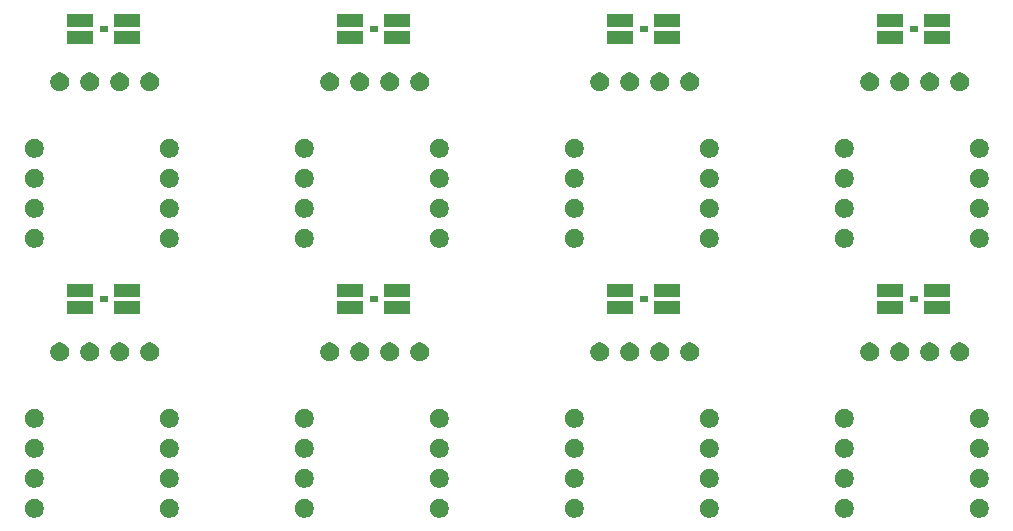
<source format=gbr>
G04 #@! TF.GenerationSoftware,KiCad,Pcbnew,(5.1.4)-1*
G04 #@! TF.CreationDate,2020-02-01T11:21:23-05:00*
G04 #@! TF.ProjectId,bob_ws2811_driver,626f625f-7773-4323-9831-315f64726976,rev?*
G04 #@! TF.SameCoordinates,Original*
G04 #@! TF.FileFunction,Soldermask,Bot*
G04 #@! TF.FilePolarity,Negative*
%FSLAX46Y46*%
G04 Gerber Fmt 4.6, Leading zero omitted, Abs format (unit mm)*
G04 Created by KiCad (PCBNEW (5.1.4)-1) date 2020-02-01 11:21:23*
%MOMM*%
%LPD*%
G04 APERTURE LIST*
%ADD10C,0.100000*%
G04 APERTURE END LIST*
D10*
G36*
X111582200Y-51612800D02*
G01*
X112191800Y-51612800D01*
X112191800Y-51206400D01*
X111582200Y-51206400D01*
X111582200Y-51612800D01*
G37*
X111582200Y-51612800D02*
X112191800Y-51612800D01*
X112191800Y-51206400D01*
X111582200Y-51206400D01*
X111582200Y-51612800D01*
G36*
X134442200Y-51612800D02*
G01*
X135051800Y-51612800D01*
X135051800Y-51206400D01*
X134442200Y-51206400D01*
X134442200Y-51612800D01*
G37*
X134442200Y-51612800D02*
X135051800Y-51612800D01*
X135051800Y-51206400D01*
X134442200Y-51206400D01*
X134442200Y-51612800D01*
G36*
X157302200Y-51612800D02*
G01*
X157911800Y-51612800D01*
X157911800Y-51206400D01*
X157302200Y-51206400D01*
X157302200Y-51612800D01*
G37*
X157302200Y-51612800D02*
X157911800Y-51612800D01*
X157911800Y-51206400D01*
X157302200Y-51206400D01*
X157302200Y-51612800D01*
G36*
X180162200Y-51612800D02*
G01*
X180771800Y-51612800D01*
X180771800Y-51206400D01*
X180162200Y-51206400D01*
X180162200Y-51612800D01*
G37*
X180162200Y-51612800D02*
X180771800Y-51612800D01*
X180771800Y-51206400D01*
X180162200Y-51206400D01*
X180162200Y-51612800D01*
G36*
X180162200Y-28752800D02*
G01*
X180771800Y-28752800D01*
X180771800Y-28346400D01*
X180162200Y-28346400D01*
X180162200Y-28752800D01*
G37*
X180162200Y-28752800D02*
X180771800Y-28752800D01*
X180771800Y-28346400D01*
X180162200Y-28346400D01*
X180162200Y-28752800D01*
G36*
X157302200Y-28752800D02*
G01*
X157911800Y-28752800D01*
X157911800Y-28346400D01*
X157302200Y-28346400D01*
X157302200Y-28752800D01*
G37*
X157302200Y-28752800D02*
X157911800Y-28752800D01*
X157911800Y-28346400D01*
X157302200Y-28346400D01*
X157302200Y-28752800D01*
G36*
X134442200Y-28752800D02*
G01*
X135051800Y-28752800D01*
X135051800Y-28346400D01*
X134442200Y-28346400D01*
X134442200Y-28752800D01*
G37*
X134442200Y-28752800D02*
X135051800Y-28752800D01*
X135051800Y-28346400D01*
X134442200Y-28346400D01*
X134442200Y-28752800D01*
G36*
X111582200Y-28752800D02*
G01*
X112191800Y-28752800D01*
X112191800Y-28346400D01*
X111582200Y-28346400D01*
X111582200Y-28752800D01*
G37*
X111582200Y-28752800D02*
X112191800Y-28752800D01*
X112191800Y-28346400D01*
X111582200Y-28346400D01*
X111582200Y-28752800D01*
G36*
X186240642Y-68396781D02*
G01*
X186386414Y-68457162D01*
X186386416Y-68457163D01*
X186517608Y-68544822D01*
X186629178Y-68656392D01*
X186716837Y-68787584D01*
X186716838Y-68787586D01*
X186777219Y-68933358D01*
X186808000Y-69088107D01*
X186808000Y-69245893D01*
X186777219Y-69400642D01*
X186716838Y-69546414D01*
X186716837Y-69546416D01*
X186629178Y-69677608D01*
X186517608Y-69789178D01*
X186386416Y-69876837D01*
X186386415Y-69876838D01*
X186386414Y-69876838D01*
X186240642Y-69937219D01*
X186085893Y-69968000D01*
X185928107Y-69968000D01*
X185773358Y-69937219D01*
X185627586Y-69876838D01*
X185627585Y-69876838D01*
X185627584Y-69876837D01*
X185496392Y-69789178D01*
X185384822Y-69677608D01*
X185297163Y-69546416D01*
X185297162Y-69546414D01*
X185236781Y-69400642D01*
X185206000Y-69245893D01*
X185206000Y-69088107D01*
X185236781Y-68933358D01*
X185297162Y-68787586D01*
X185297163Y-68787584D01*
X185384822Y-68656392D01*
X185496392Y-68544822D01*
X185627584Y-68457163D01*
X185627586Y-68457162D01*
X185773358Y-68396781D01*
X185928107Y-68366000D01*
X186085893Y-68366000D01*
X186240642Y-68396781D01*
X186240642Y-68396781D01*
G37*
G36*
X117660642Y-68396781D02*
G01*
X117806414Y-68457162D01*
X117806416Y-68457163D01*
X117937608Y-68544822D01*
X118049178Y-68656392D01*
X118136837Y-68787584D01*
X118136838Y-68787586D01*
X118197219Y-68933358D01*
X118228000Y-69088107D01*
X118228000Y-69245893D01*
X118197219Y-69400642D01*
X118136838Y-69546414D01*
X118136837Y-69546416D01*
X118049178Y-69677608D01*
X117937608Y-69789178D01*
X117806416Y-69876837D01*
X117806415Y-69876838D01*
X117806414Y-69876838D01*
X117660642Y-69937219D01*
X117505893Y-69968000D01*
X117348107Y-69968000D01*
X117193358Y-69937219D01*
X117047586Y-69876838D01*
X117047585Y-69876838D01*
X117047584Y-69876837D01*
X116916392Y-69789178D01*
X116804822Y-69677608D01*
X116717163Y-69546416D01*
X116717162Y-69546414D01*
X116656781Y-69400642D01*
X116626000Y-69245893D01*
X116626000Y-69088107D01*
X116656781Y-68933358D01*
X116717162Y-68787586D01*
X116717163Y-68787584D01*
X116804822Y-68656392D01*
X116916392Y-68544822D01*
X117047584Y-68457163D01*
X117047586Y-68457162D01*
X117193358Y-68396781D01*
X117348107Y-68366000D01*
X117505893Y-68366000D01*
X117660642Y-68396781D01*
X117660642Y-68396781D01*
G37*
G36*
X106230642Y-68396781D02*
G01*
X106376414Y-68457162D01*
X106376416Y-68457163D01*
X106507608Y-68544822D01*
X106619178Y-68656392D01*
X106706837Y-68787584D01*
X106706838Y-68787586D01*
X106767219Y-68933358D01*
X106798000Y-69088107D01*
X106798000Y-69245893D01*
X106767219Y-69400642D01*
X106706838Y-69546414D01*
X106706837Y-69546416D01*
X106619178Y-69677608D01*
X106507608Y-69789178D01*
X106376416Y-69876837D01*
X106376415Y-69876838D01*
X106376414Y-69876838D01*
X106230642Y-69937219D01*
X106075893Y-69968000D01*
X105918107Y-69968000D01*
X105763358Y-69937219D01*
X105617586Y-69876838D01*
X105617585Y-69876838D01*
X105617584Y-69876837D01*
X105486392Y-69789178D01*
X105374822Y-69677608D01*
X105287163Y-69546416D01*
X105287162Y-69546414D01*
X105226781Y-69400642D01*
X105196000Y-69245893D01*
X105196000Y-69088107D01*
X105226781Y-68933358D01*
X105287162Y-68787586D01*
X105287163Y-68787584D01*
X105374822Y-68656392D01*
X105486392Y-68544822D01*
X105617584Y-68457163D01*
X105617586Y-68457162D01*
X105763358Y-68396781D01*
X105918107Y-68366000D01*
X106075893Y-68366000D01*
X106230642Y-68396781D01*
X106230642Y-68396781D01*
G37*
G36*
X140520642Y-68396781D02*
G01*
X140666414Y-68457162D01*
X140666416Y-68457163D01*
X140797608Y-68544822D01*
X140909178Y-68656392D01*
X140996837Y-68787584D01*
X140996838Y-68787586D01*
X141057219Y-68933358D01*
X141088000Y-69088107D01*
X141088000Y-69245893D01*
X141057219Y-69400642D01*
X140996838Y-69546414D01*
X140996837Y-69546416D01*
X140909178Y-69677608D01*
X140797608Y-69789178D01*
X140666416Y-69876837D01*
X140666415Y-69876838D01*
X140666414Y-69876838D01*
X140520642Y-69937219D01*
X140365893Y-69968000D01*
X140208107Y-69968000D01*
X140053358Y-69937219D01*
X139907586Y-69876838D01*
X139907585Y-69876838D01*
X139907584Y-69876837D01*
X139776392Y-69789178D01*
X139664822Y-69677608D01*
X139577163Y-69546416D01*
X139577162Y-69546414D01*
X139516781Y-69400642D01*
X139486000Y-69245893D01*
X139486000Y-69088107D01*
X139516781Y-68933358D01*
X139577162Y-68787586D01*
X139577163Y-68787584D01*
X139664822Y-68656392D01*
X139776392Y-68544822D01*
X139907584Y-68457163D01*
X139907586Y-68457162D01*
X140053358Y-68396781D01*
X140208107Y-68366000D01*
X140365893Y-68366000D01*
X140520642Y-68396781D01*
X140520642Y-68396781D01*
G37*
G36*
X129090642Y-68396781D02*
G01*
X129236414Y-68457162D01*
X129236416Y-68457163D01*
X129367608Y-68544822D01*
X129479178Y-68656392D01*
X129566837Y-68787584D01*
X129566838Y-68787586D01*
X129627219Y-68933358D01*
X129658000Y-69088107D01*
X129658000Y-69245893D01*
X129627219Y-69400642D01*
X129566838Y-69546414D01*
X129566837Y-69546416D01*
X129479178Y-69677608D01*
X129367608Y-69789178D01*
X129236416Y-69876837D01*
X129236415Y-69876838D01*
X129236414Y-69876838D01*
X129090642Y-69937219D01*
X128935893Y-69968000D01*
X128778107Y-69968000D01*
X128623358Y-69937219D01*
X128477586Y-69876838D01*
X128477585Y-69876838D01*
X128477584Y-69876837D01*
X128346392Y-69789178D01*
X128234822Y-69677608D01*
X128147163Y-69546416D01*
X128147162Y-69546414D01*
X128086781Y-69400642D01*
X128056000Y-69245893D01*
X128056000Y-69088107D01*
X128086781Y-68933358D01*
X128147162Y-68787586D01*
X128147163Y-68787584D01*
X128234822Y-68656392D01*
X128346392Y-68544822D01*
X128477584Y-68457163D01*
X128477586Y-68457162D01*
X128623358Y-68396781D01*
X128778107Y-68366000D01*
X128935893Y-68366000D01*
X129090642Y-68396781D01*
X129090642Y-68396781D01*
G37*
G36*
X163380642Y-68396781D02*
G01*
X163526414Y-68457162D01*
X163526416Y-68457163D01*
X163657608Y-68544822D01*
X163769178Y-68656392D01*
X163856837Y-68787584D01*
X163856838Y-68787586D01*
X163917219Y-68933358D01*
X163948000Y-69088107D01*
X163948000Y-69245893D01*
X163917219Y-69400642D01*
X163856838Y-69546414D01*
X163856837Y-69546416D01*
X163769178Y-69677608D01*
X163657608Y-69789178D01*
X163526416Y-69876837D01*
X163526415Y-69876838D01*
X163526414Y-69876838D01*
X163380642Y-69937219D01*
X163225893Y-69968000D01*
X163068107Y-69968000D01*
X162913358Y-69937219D01*
X162767586Y-69876838D01*
X162767585Y-69876838D01*
X162767584Y-69876837D01*
X162636392Y-69789178D01*
X162524822Y-69677608D01*
X162437163Y-69546416D01*
X162437162Y-69546414D01*
X162376781Y-69400642D01*
X162346000Y-69245893D01*
X162346000Y-69088107D01*
X162376781Y-68933358D01*
X162437162Y-68787586D01*
X162437163Y-68787584D01*
X162524822Y-68656392D01*
X162636392Y-68544822D01*
X162767584Y-68457163D01*
X162767586Y-68457162D01*
X162913358Y-68396781D01*
X163068107Y-68366000D01*
X163225893Y-68366000D01*
X163380642Y-68396781D01*
X163380642Y-68396781D01*
G37*
G36*
X151950642Y-68396781D02*
G01*
X152096414Y-68457162D01*
X152096416Y-68457163D01*
X152227608Y-68544822D01*
X152339178Y-68656392D01*
X152426837Y-68787584D01*
X152426838Y-68787586D01*
X152487219Y-68933358D01*
X152518000Y-69088107D01*
X152518000Y-69245893D01*
X152487219Y-69400642D01*
X152426838Y-69546414D01*
X152426837Y-69546416D01*
X152339178Y-69677608D01*
X152227608Y-69789178D01*
X152096416Y-69876837D01*
X152096415Y-69876838D01*
X152096414Y-69876838D01*
X151950642Y-69937219D01*
X151795893Y-69968000D01*
X151638107Y-69968000D01*
X151483358Y-69937219D01*
X151337586Y-69876838D01*
X151337585Y-69876838D01*
X151337584Y-69876837D01*
X151206392Y-69789178D01*
X151094822Y-69677608D01*
X151007163Y-69546416D01*
X151007162Y-69546414D01*
X150946781Y-69400642D01*
X150916000Y-69245893D01*
X150916000Y-69088107D01*
X150946781Y-68933358D01*
X151007162Y-68787586D01*
X151007163Y-68787584D01*
X151094822Y-68656392D01*
X151206392Y-68544822D01*
X151337584Y-68457163D01*
X151337586Y-68457162D01*
X151483358Y-68396781D01*
X151638107Y-68366000D01*
X151795893Y-68366000D01*
X151950642Y-68396781D01*
X151950642Y-68396781D01*
G37*
G36*
X174810642Y-68396781D02*
G01*
X174956414Y-68457162D01*
X174956416Y-68457163D01*
X175087608Y-68544822D01*
X175199178Y-68656392D01*
X175286837Y-68787584D01*
X175286838Y-68787586D01*
X175347219Y-68933358D01*
X175378000Y-69088107D01*
X175378000Y-69245893D01*
X175347219Y-69400642D01*
X175286838Y-69546414D01*
X175286837Y-69546416D01*
X175199178Y-69677608D01*
X175087608Y-69789178D01*
X174956416Y-69876837D01*
X174956415Y-69876838D01*
X174956414Y-69876838D01*
X174810642Y-69937219D01*
X174655893Y-69968000D01*
X174498107Y-69968000D01*
X174343358Y-69937219D01*
X174197586Y-69876838D01*
X174197585Y-69876838D01*
X174197584Y-69876837D01*
X174066392Y-69789178D01*
X173954822Y-69677608D01*
X173867163Y-69546416D01*
X173867162Y-69546414D01*
X173806781Y-69400642D01*
X173776000Y-69245893D01*
X173776000Y-69088107D01*
X173806781Y-68933358D01*
X173867162Y-68787586D01*
X173867163Y-68787584D01*
X173954822Y-68656392D01*
X174066392Y-68544822D01*
X174197584Y-68457163D01*
X174197586Y-68457162D01*
X174343358Y-68396781D01*
X174498107Y-68366000D01*
X174655893Y-68366000D01*
X174810642Y-68396781D01*
X174810642Y-68396781D01*
G37*
G36*
X186240642Y-65856781D02*
G01*
X186386414Y-65917162D01*
X186386416Y-65917163D01*
X186517608Y-66004822D01*
X186629178Y-66116392D01*
X186716837Y-66247584D01*
X186716838Y-66247586D01*
X186777219Y-66393358D01*
X186808000Y-66548107D01*
X186808000Y-66705893D01*
X186777219Y-66860642D01*
X186716838Y-67006414D01*
X186716837Y-67006416D01*
X186629178Y-67137608D01*
X186517608Y-67249178D01*
X186386416Y-67336837D01*
X186386415Y-67336838D01*
X186386414Y-67336838D01*
X186240642Y-67397219D01*
X186085893Y-67428000D01*
X185928107Y-67428000D01*
X185773358Y-67397219D01*
X185627586Y-67336838D01*
X185627585Y-67336838D01*
X185627584Y-67336837D01*
X185496392Y-67249178D01*
X185384822Y-67137608D01*
X185297163Y-67006416D01*
X185297162Y-67006414D01*
X185236781Y-66860642D01*
X185206000Y-66705893D01*
X185206000Y-66548107D01*
X185236781Y-66393358D01*
X185297162Y-66247586D01*
X185297163Y-66247584D01*
X185384822Y-66116392D01*
X185496392Y-66004822D01*
X185627584Y-65917163D01*
X185627586Y-65917162D01*
X185773358Y-65856781D01*
X185928107Y-65826000D01*
X186085893Y-65826000D01*
X186240642Y-65856781D01*
X186240642Y-65856781D01*
G37*
G36*
X117660642Y-65856781D02*
G01*
X117806414Y-65917162D01*
X117806416Y-65917163D01*
X117937608Y-66004822D01*
X118049178Y-66116392D01*
X118136837Y-66247584D01*
X118136838Y-66247586D01*
X118197219Y-66393358D01*
X118228000Y-66548107D01*
X118228000Y-66705893D01*
X118197219Y-66860642D01*
X118136838Y-67006414D01*
X118136837Y-67006416D01*
X118049178Y-67137608D01*
X117937608Y-67249178D01*
X117806416Y-67336837D01*
X117806415Y-67336838D01*
X117806414Y-67336838D01*
X117660642Y-67397219D01*
X117505893Y-67428000D01*
X117348107Y-67428000D01*
X117193358Y-67397219D01*
X117047586Y-67336838D01*
X117047585Y-67336838D01*
X117047584Y-67336837D01*
X116916392Y-67249178D01*
X116804822Y-67137608D01*
X116717163Y-67006416D01*
X116717162Y-67006414D01*
X116656781Y-66860642D01*
X116626000Y-66705893D01*
X116626000Y-66548107D01*
X116656781Y-66393358D01*
X116717162Y-66247586D01*
X116717163Y-66247584D01*
X116804822Y-66116392D01*
X116916392Y-66004822D01*
X117047584Y-65917163D01*
X117047586Y-65917162D01*
X117193358Y-65856781D01*
X117348107Y-65826000D01*
X117505893Y-65826000D01*
X117660642Y-65856781D01*
X117660642Y-65856781D01*
G37*
G36*
X106230642Y-65856781D02*
G01*
X106376414Y-65917162D01*
X106376416Y-65917163D01*
X106507608Y-66004822D01*
X106619178Y-66116392D01*
X106706837Y-66247584D01*
X106706838Y-66247586D01*
X106767219Y-66393358D01*
X106798000Y-66548107D01*
X106798000Y-66705893D01*
X106767219Y-66860642D01*
X106706838Y-67006414D01*
X106706837Y-67006416D01*
X106619178Y-67137608D01*
X106507608Y-67249178D01*
X106376416Y-67336837D01*
X106376415Y-67336838D01*
X106376414Y-67336838D01*
X106230642Y-67397219D01*
X106075893Y-67428000D01*
X105918107Y-67428000D01*
X105763358Y-67397219D01*
X105617586Y-67336838D01*
X105617585Y-67336838D01*
X105617584Y-67336837D01*
X105486392Y-67249178D01*
X105374822Y-67137608D01*
X105287163Y-67006416D01*
X105287162Y-67006414D01*
X105226781Y-66860642D01*
X105196000Y-66705893D01*
X105196000Y-66548107D01*
X105226781Y-66393358D01*
X105287162Y-66247586D01*
X105287163Y-66247584D01*
X105374822Y-66116392D01*
X105486392Y-66004822D01*
X105617584Y-65917163D01*
X105617586Y-65917162D01*
X105763358Y-65856781D01*
X105918107Y-65826000D01*
X106075893Y-65826000D01*
X106230642Y-65856781D01*
X106230642Y-65856781D01*
G37*
G36*
X140520642Y-65856781D02*
G01*
X140666414Y-65917162D01*
X140666416Y-65917163D01*
X140797608Y-66004822D01*
X140909178Y-66116392D01*
X140996837Y-66247584D01*
X140996838Y-66247586D01*
X141057219Y-66393358D01*
X141088000Y-66548107D01*
X141088000Y-66705893D01*
X141057219Y-66860642D01*
X140996838Y-67006414D01*
X140996837Y-67006416D01*
X140909178Y-67137608D01*
X140797608Y-67249178D01*
X140666416Y-67336837D01*
X140666415Y-67336838D01*
X140666414Y-67336838D01*
X140520642Y-67397219D01*
X140365893Y-67428000D01*
X140208107Y-67428000D01*
X140053358Y-67397219D01*
X139907586Y-67336838D01*
X139907585Y-67336838D01*
X139907584Y-67336837D01*
X139776392Y-67249178D01*
X139664822Y-67137608D01*
X139577163Y-67006416D01*
X139577162Y-67006414D01*
X139516781Y-66860642D01*
X139486000Y-66705893D01*
X139486000Y-66548107D01*
X139516781Y-66393358D01*
X139577162Y-66247586D01*
X139577163Y-66247584D01*
X139664822Y-66116392D01*
X139776392Y-66004822D01*
X139907584Y-65917163D01*
X139907586Y-65917162D01*
X140053358Y-65856781D01*
X140208107Y-65826000D01*
X140365893Y-65826000D01*
X140520642Y-65856781D01*
X140520642Y-65856781D01*
G37*
G36*
X163380642Y-65856781D02*
G01*
X163526414Y-65917162D01*
X163526416Y-65917163D01*
X163657608Y-66004822D01*
X163769178Y-66116392D01*
X163856837Y-66247584D01*
X163856838Y-66247586D01*
X163917219Y-66393358D01*
X163948000Y-66548107D01*
X163948000Y-66705893D01*
X163917219Y-66860642D01*
X163856838Y-67006414D01*
X163856837Y-67006416D01*
X163769178Y-67137608D01*
X163657608Y-67249178D01*
X163526416Y-67336837D01*
X163526415Y-67336838D01*
X163526414Y-67336838D01*
X163380642Y-67397219D01*
X163225893Y-67428000D01*
X163068107Y-67428000D01*
X162913358Y-67397219D01*
X162767586Y-67336838D01*
X162767585Y-67336838D01*
X162767584Y-67336837D01*
X162636392Y-67249178D01*
X162524822Y-67137608D01*
X162437163Y-67006416D01*
X162437162Y-67006414D01*
X162376781Y-66860642D01*
X162346000Y-66705893D01*
X162346000Y-66548107D01*
X162376781Y-66393358D01*
X162437162Y-66247586D01*
X162437163Y-66247584D01*
X162524822Y-66116392D01*
X162636392Y-66004822D01*
X162767584Y-65917163D01*
X162767586Y-65917162D01*
X162913358Y-65856781D01*
X163068107Y-65826000D01*
X163225893Y-65826000D01*
X163380642Y-65856781D01*
X163380642Y-65856781D01*
G37*
G36*
X151950642Y-65856781D02*
G01*
X152096414Y-65917162D01*
X152096416Y-65917163D01*
X152227608Y-66004822D01*
X152339178Y-66116392D01*
X152426837Y-66247584D01*
X152426838Y-66247586D01*
X152487219Y-66393358D01*
X152518000Y-66548107D01*
X152518000Y-66705893D01*
X152487219Y-66860642D01*
X152426838Y-67006414D01*
X152426837Y-67006416D01*
X152339178Y-67137608D01*
X152227608Y-67249178D01*
X152096416Y-67336837D01*
X152096415Y-67336838D01*
X152096414Y-67336838D01*
X151950642Y-67397219D01*
X151795893Y-67428000D01*
X151638107Y-67428000D01*
X151483358Y-67397219D01*
X151337586Y-67336838D01*
X151337585Y-67336838D01*
X151337584Y-67336837D01*
X151206392Y-67249178D01*
X151094822Y-67137608D01*
X151007163Y-67006416D01*
X151007162Y-67006414D01*
X150946781Y-66860642D01*
X150916000Y-66705893D01*
X150916000Y-66548107D01*
X150946781Y-66393358D01*
X151007162Y-66247586D01*
X151007163Y-66247584D01*
X151094822Y-66116392D01*
X151206392Y-66004822D01*
X151337584Y-65917163D01*
X151337586Y-65917162D01*
X151483358Y-65856781D01*
X151638107Y-65826000D01*
X151795893Y-65826000D01*
X151950642Y-65856781D01*
X151950642Y-65856781D01*
G37*
G36*
X174810642Y-65856781D02*
G01*
X174956414Y-65917162D01*
X174956416Y-65917163D01*
X175087608Y-66004822D01*
X175199178Y-66116392D01*
X175286837Y-66247584D01*
X175286838Y-66247586D01*
X175347219Y-66393358D01*
X175378000Y-66548107D01*
X175378000Y-66705893D01*
X175347219Y-66860642D01*
X175286838Y-67006414D01*
X175286837Y-67006416D01*
X175199178Y-67137608D01*
X175087608Y-67249178D01*
X174956416Y-67336837D01*
X174956415Y-67336838D01*
X174956414Y-67336838D01*
X174810642Y-67397219D01*
X174655893Y-67428000D01*
X174498107Y-67428000D01*
X174343358Y-67397219D01*
X174197586Y-67336838D01*
X174197585Y-67336838D01*
X174197584Y-67336837D01*
X174066392Y-67249178D01*
X173954822Y-67137608D01*
X173867163Y-67006416D01*
X173867162Y-67006414D01*
X173806781Y-66860642D01*
X173776000Y-66705893D01*
X173776000Y-66548107D01*
X173806781Y-66393358D01*
X173867162Y-66247586D01*
X173867163Y-66247584D01*
X173954822Y-66116392D01*
X174066392Y-66004822D01*
X174197584Y-65917163D01*
X174197586Y-65917162D01*
X174343358Y-65856781D01*
X174498107Y-65826000D01*
X174655893Y-65826000D01*
X174810642Y-65856781D01*
X174810642Y-65856781D01*
G37*
G36*
X129090642Y-65856781D02*
G01*
X129236414Y-65917162D01*
X129236416Y-65917163D01*
X129367608Y-66004822D01*
X129479178Y-66116392D01*
X129566837Y-66247584D01*
X129566838Y-66247586D01*
X129627219Y-66393358D01*
X129658000Y-66548107D01*
X129658000Y-66705893D01*
X129627219Y-66860642D01*
X129566838Y-67006414D01*
X129566837Y-67006416D01*
X129479178Y-67137608D01*
X129367608Y-67249178D01*
X129236416Y-67336837D01*
X129236415Y-67336838D01*
X129236414Y-67336838D01*
X129090642Y-67397219D01*
X128935893Y-67428000D01*
X128778107Y-67428000D01*
X128623358Y-67397219D01*
X128477586Y-67336838D01*
X128477585Y-67336838D01*
X128477584Y-67336837D01*
X128346392Y-67249178D01*
X128234822Y-67137608D01*
X128147163Y-67006416D01*
X128147162Y-67006414D01*
X128086781Y-66860642D01*
X128056000Y-66705893D01*
X128056000Y-66548107D01*
X128086781Y-66393358D01*
X128147162Y-66247586D01*
X128147163Y-66247584D01*
X128234822Y-66116392D01*
X128346392Y-66004822D01*
X128477584Y-65917163D01*
X128477586Y-65917162D01*
X128623358Y-65856781D01*
X128778107Y-65826000D01*
X128935893Y-65826000D01*
X129090642Y-65856781D01*
X129090642Y-65856781D01*
G37*
G36*
X140520642Y-63316781D02*
G01*
X140666414Y-63377162D01*
X140666416Y-63377163D01*
X140797608Y-63464822D01*
X140909178Y-63576392D01*
X140996837Y-63707584D01*
X140996838Y-63707586D01*
X141057219Y-63853358D01*
X141088000Y-64008107D01*
X141088000Y-64165893D01*
X141057219Y-64320642D01*
X140996838Y-64466414D01*
X140996837Y-64466416D01*
X140909178Y-64597608D01*
X140797608Y-64709178D01*
X140666416Y-64796837D01*
X140666415Y-64796838D01*
X140666414Y-64796838D01*
X140520642Y-64857219D01*
X140365893Y-64888000D01*
X140208107Y-64888000D01*
X140053358Y-64857219D01*
X139907586Y-64796838D01*
X139907585Y-64796838D01*
X139907584Y-64796837D01*
X139776392Y-64709178D01*
X139664822Y-64597608D01*
X139577163Y-64466416D01*
X139577162Y-64466414D01*
X139516781Y-64320642D01*
X139486000Y-64165893D01*
X139486000Y-64008107D01*
X139516781Y-63853358D01*
X139577162Y-63707586D01*
X139577163Y-63707584D01*
X139664822Y-63576392D01*
X139776392Y-63464822D01*
X139907584Y-63377163D01*
X139907586Y-63377162D01*
X140053358Y-63316781D01*
X140208107Y-63286000D01*
X140365893Y-63286000D01*
X140520642Y-63316781D01*
X140520642Y-63316781D01*
G37*
G36*
X174810642Y-63316781D02*
G01*
X174956414Y-63377162D01*
X174956416Y-63377163D01*
X175087608Y-63464822D01*
X175199178Y-63576392D01*
X175286837Y-63707584D01*
X175286838Y-63707586D01*
X175347219Y-63853358D01*
X175378000Y-64008107D01*
X175378000Y-64165893D01*
X175347219Y-64320642D01*
X175286838Y-64466414D01*
X175286837Y-64466416D01*
X175199178Y-64597608D01*
X175087608Y-64709178D01*
X174956416Y-64796837D01*
X174956415Y-64796838D01*
X174956414Y-64796838D01*
X174810642Y-64857219D01*
X174655893Y-64888000D01*
X174498107Y-64888000D01*
X174343358Y-64857219D01*
X174197586Y-64796838D01*
X174197585Y-64796838D01*
X174197584Y-64796837D01*
X174066392Y-64709178D01*
X173954822Y-64597608D01*
X173867163Y-64466416D01*
X173867162Y-64466414D01*
X173806781Y-64320642D01*
X173776000Y-64165893D01*
X173776000Y-64008107D01*
X173806781Y-63853358D01*
X173867162Y-63707586D01*
X173867163Y-63707584D01*
X173954822Y-63576392D01*
X174066392Y-63464822D01*
X174197584Y-63377163D01*
X174197586Y-63377162D01*
X174343358Y-63316781D01*
X174498107Y-63286000D01*
X174655893Y-63286000D01*
X174810642Y-63316781D01*
X174810642Y-63316781D01*
G37*
G36*
X106230642Y-63316781D02*
G01*
X106376414Y-63377162D01*
X106376416Y-63377163D01*
X106507608Y-63464822D01*
X106619178Y-63576392D01*
X106706837Y-63707584D01*
X106706838Y-63707586D01*
X106767219Y-63853358D01*
X106798000Y-64008107D01*
X106798000Y-64165893D01*
X106767219Y-64320642D01*
X106706838Y-64466414D01*
X106706837Y-64466416D01*
X106619178Y-64597608D01*
X106507608Y-64709178D01*
X106376416Y-64796837D01*
X106376415Y-64796838D01*
X106376414Y-64796838D01*
X106230642Y-64857219D01*
X106075893Y-64888000D01*
X105918107Y-64888000D01*
X105763358Y-64857219D01*
X105617586Y-64796838D01*
X105617585Y-64796838D01*
X105617584Y-64796837D01*
X105486392Y-64709178D01*
X105374822Y-64597608D01*
X105287163Y-64466416D01*
X105287162Y-64466414D01*
X105226781Y-64320642D01*
X105196000Y-64165893D01*
X105196000Y-64008107D01*
X105226781Y-63853358D01*
X105287162Y-63707586D01*
X105287163Y-63707584D01*
X105374822Y-63576392D01*
X105486392Y-63464822D01*
X105617584Y-63377163D01*
X105617586Y-63377162D01*
X105763358Y-63316781D01*
X105918107Y-63286000D01*
X106075893Y-63286000D01*
X106230642Y-63316781D01*
X106230642Y-63316781D01*
G37*
G36*
X163380642Y-63316781D02*
G01*
X163526414Y-63377162D01*
X163526416Y-63377163D01*
X163657608Y-63464822D01*
X163769178Y-63576392D01*
X163856837Y-63707584D01*
X163856838Y-63707586D01*
X163917219Y-63853358D01*
X163948000Y-64008107D01*
X163948000Y-64165893D01*
X163917219Y-64320642D01*
X163856838Y-64466414D01*
X163856837Y-64466416D01*
X163769178Y-64597608D01*
X163657608Y-64709178D01*
X163526416Y-64796837D01*
X163526415Y-64796838D01*
X163526414Y-64796838D01*
X163380642Y-64857219D01*
X163225893Y-64888000D01*
X163068107Y-64888000D01*
X162913358Y-64857219D01*
X162767586Y-64796838D01*
X162767585Y-64796838D01*
X162767584Y-64796837D01*
X162636392Y-64709178D01*
X162524822Y-64597608D01*
X162437163Y-64466416D01*
X162437162Y-64466414D01*
X162376781Y-64320642D01*
X162346000Y-64165893D01*
X162346000Y-64008107D01*
X162376781Y-63853358D01*
X162437162Y-63707586D01*
X162437163Y-63707584D01*
X162524822Y-63576392D01*
X162636392Y-63464822D01*
X162767584Y-63377163D01*
X162767586Y-63377162D01*
X162913358Y-63316781D01*
X163068107Y-63286000D01*
X163225893Y-63286000D01*
X163380642Y-63316781D01*
X163380642Y-63316781D01*
G37*
G36*
X117660642Y-63316781D02*
G01*
X117806414Y-63377162D01*
X117806416Y-63377163D01*
X117937608Y-63464822D01*
X118049178Y-63576392D01*
X118136837Y-63707584D01*
X118136838Y-63707586D01*
X118197219Y-63853358D01*
X118228000Y-64008107D01*
X118228000Y-64165893D01*
X118197219Y-64320642D01*
X118136838Y-64466414D01*
X118136837Y-64466416D01*
X118049178Y-64597608D01*
X117937608Y-64709178D01*
X117806416Y-64796837D01*
X117806415Y-64796838D01*
X117806414Y-64796838D01*
X117660642Y-64857219D01*
X117505893Y-64888000D01*
X117348107Y-64888000D01*
X117193358Y-64857219D01*
X117047586Y-64796838D01*
X117047585Y-64796838D01*
X117047584Y-64796837D01*
X116916392Y-64709178D01*
X116804822Y-64597608D01*
X116717163Y-64466416D01*
X116717162Y-64466414D01*
X116656781Y-64320642D01*
X116626000Y-64165893D01*
X116626000Y-64008107D01*
X116656781Y-63853358D01*
X116717162Y-63707586D01*
X116717163Y-63707584D01*
X116804822Y-63576392D01*
X116916392Y-63464822D01*
X117047584Y-63377163D01*
X117047586Y-63377162D01*
X117193358Y-63316781D01*
X117348107Y-63286000D01*
X117505893Y-63286000D01*
X117660642Y-63316781D01*
X117660642Y-63316781D01*
G37*
G36*
X151950642Y-63316781D02*
G01*
X152096414Y-63377162D01*
X152096416Y-63377163D01*
X152227608Y-63464822D01*
X152339178Y-63576392D01*
X152426837Y-63707584D01*
X152426838Y-63707586D01*
X152487219Y-63853358D01*
X152518000Y-64008107D01*
X152518000Y-64165893D01*
X152487219Y-64320642D01*
X152426838Y-64466414D01*
X152426837Y-64466416D01*
X152339178Y-64597608D01*
X152227608Y-64709178D01*
X152096416Y-64796837D01*
X152096415Y-64796838D01*
X152096414Y-64796838D01*
X151950642Y-64857219D01*
X151795893Y-64888000D01*
X151638107Y-64888000D01*
X151483358Y-64857219D01*
X151337586Y-64796838D01*
X151337585Y-64796838D01*
X151337584Y-64796837D01*
X151206392Y-64709178D01*
X151094822Y-64597608D01*
X151007163Y-64466416D01*
X151007162Y-64466414D01*
X150946781Y-64320642D01*
X150916000Y-64165893D01*
X150916000Y-64008107D01*
X150946781Y-63853358D01*
X151007162Y-63707586D01*
X151007163Y-63707584D01*
X151094822Y-63576392D01*
X151206392Y-63464822D01*
X151337584Y-63377163D01*
X151337586Y-63377162D01*
X151483358Y-63316781D01*
X151638107Y-63286000D01*
X151795893Y-63286000D01*
X151950642Y-63316781D01*
X151950642Y-63316781D01*
G37*
G36*
X129090642Y-63316781D02*
G01*
X129236414Y-63377162D01*
X129236416Y-63377163D01*
X129367608Y-63464822D01*
X129479178Y-63576392D01*
X129566837Y-63707584D01*
X129566838Y-63707586D01*
X129627219Y-63853358D01*
X129658000Y-64008107D01*
X129658000Y-64165893D01*
X129627219Y-64320642D01*
X129566838Y-64466414D01*
X129566837Y-64466416D01*
X129479178Y-64597608D01*
X129367608Y-64709178D01*
X129236416Y-64796837D01*
X129236415Y-64796838D01*
X129236414Y-64796838D01*
X129090642Y-64857219D01*
X128935893Y-64888000D01*
X128778107Y-64888000D01*
X128623358Y-64857219D01*
X128477586Y-64796838D01*
X128477585Y-64796838D01*
X128477584Y-64796837D01*
X128346392Y-64709178D01*
X128234822Y-64597608D01*
X128147163Y-64466416D01*
X128147162Y-64466414D01*
X128086781Y-64320642D01*
X128056000Y-64165893D01*
X128056000Y-64008107D01*
X128086781Y-63853358D01*
X128147162Y-63707586D01*
X128147163Y-63707584D01*
X128234822Y-63576392D01*
X128346392Y-63464822D01*
X128477584Y-63377163D01*
X128477586Y-63377162D01*
X128623358Y-63316781D01*
X128778107Y-63286000D01*
X128935893Y-63286000D01*
X129090642Y-63316781D01*
X129090642Y-63316781D01*
G37*
G36*
X186240642Y-63316781D02*
G01*
X186386414Y-63377162D01*
X186386416Y-63377163D01*
X186517608Y-63464822D01*
X186629178Y-63576392D01*
X186716837Y-63707584D01*
X186716838Y-63707586D01*
X186777219Y-63853358D01*
X186808000Y-64008107D01*
X186808000Y-64165893D01*
X186777219Y-64320642D01*
X186716838Y-64466414D01*
X186716837Y-64466416D01*
X186629178Y-64597608D01*
X186517608Y-64709178D01*
X186386416Y-64796837D01*
X186386415Y-64796838D01*
X186386414Y-64796838D01*
X186240642Y-64857219D01*
X186085893Y-64888000D01*
X185928107Y-64888000D01*
X185773358Y-64857219D01*
X185627586Y-64796838D01*
X185627585Y-64796838D01*
X185627584Y-64796837D01*
X185496392Y-64709178D01*
X185384822Y-64597608D01*
X185297163Y-64466416D01*
X185297162Y-64466414D01*
X185236781Y-64320642D01*
X185206000Y-64165893D01*
X185206000Y-64008107D01*
X185236781Y-63853358D01*
X185297162Y-63707586D01*
X185297163Y-63707584D01*
X185384822Y-63576392D01*
X185496392Y-63464822D01*
X185627584Y-63377163D01*
X185627586Y-63377162D01*
X185773358Y-63316781D01*
X185928107Y-63286000D01*
X186085893Y-63286000D01*
X186240642Y-63316781D01*
X186240642Y-63316781D01*
G37*
G36*
X117660642Y-60776781D02*
G01*
X117806414Y-60837162D01*
X117806416Y-60837163D01*
X117937608Y-60924822D01*
X118049178Y-61036392D01*
X118136837Y-61167584D01*
X118136838Y-61167586D01*
X118197219Y-61313358D01*
X118228000Y-61468107D01*
X118228000Y-61625893D01*
X118197219Y-61780642D01*
X118136838Y-61926414D01*
X118136837Y-61926416D01*
X118049178Y-62057608D01*
X117937608Y-62169178D01*
X117806416Y-62256837D01*
X117806415Y-62256838D01*
X117806414Y-62256838D01*
X117660642Y-62317219D01*
X117505893Y-62348000D01*
X117348107Y-62348000D01*
X117193358Y-62317219D01*
X117047586Y-62256838D01*
X117047585Y-62256838D01*
X117047584Y-62256837D01*
X116916392Y-62169178D01*
X116804822Y-62057608D01*
X116717163Y-61926416D01*
X116717162Y-61926414D01*
X116656781Y-61780642D01*
X116626000Y-61625893D01*
X116626000Y-61468107D01*
X116656781Y-61313358D01*
X116717162Y-61167586D01*
X116717163Y-61167584D01*
X116804822Y-61036392D01*
X116916392Y-60924822D01*
X117047584Y-60837163D01*
X117047586Y-60837162D01*
X117193358Y-60776781D01*
X117348107Y-60746000D01*
X117505893Y-60746000D01*
X117660642Y-60776781D01*
X117660642Y-60776781D01*
G37*
G36*
X174810642Y-60776781D02*
G01*
X174956414Y-60837162D01*
X174956416Y-60837163D01*
X175087608Y-60924822D01*
X175199178Y-61036392D01*
X175286837Y-61167584D01*
X175286838Y-61167586D01*
X175347219Y-61313358D01*
X175378000Y-61468107D01*
X175378000Y-61625893D01*
X175347219Y-61780642D01*
X175286838Y-61926414D01*
X175286837Y-61926416D01*
X175199178Y-62057608D01*
X175087608Y-62169178D01*
X174956416Y-62256837D01*
X174956415Y-62256838D01*
X174956414Y-62256838D01*
X174810642Y-62317219D01*
X174655893Y-62348000D01*
X174498107Y-62348000D01*
X174343358Y-62317219D01*
X174197586Y-62256838D01*
X174197585Y-62256838D01*
X174197584Y-62256837D01*
X174066392Y-62169178D01*
X173954822Y-62057608D01*
X173867163Y-61926416D01*
X173867162Y-61926414D01*
X173806781Y-61780642D01*
X173776000Y-61625893D01*
X173776000Y-61468107D01*
X173806781Y-61313358D01*
X173867162Y-61167586D01*
X173867163Y-61167584D01*
X173954822Y-61036392D01*
X174066392Y-60924822D01*
X174197584Y-60837163D01*
X174197586Y-60837162D01*
X174343358Y-60776781D01*
X174498107Y-60746000D01*
X174655893Y-60746000D01*
X174810642Y-60776781D01*
X174810642Y-60776781D01*
G37*
G36*
X106230642Y-60776781D02*
G01*
X106376414Y-60837162D01*
X106376416Y-60837163D01*
X106507608Y-60924822D01*
X106619178Y-61036392D01*
X106706837Y-61167584D01*
X106706838Y-61167586D01*
X106767219Y-61313358D01*
X106798000Y-61468107D01*
X106798000Y-61625893D01*
X106767219Y-61780642D01*
X106706838Y-61926414D01*
X106706837Y-61926416D01*
X106619178Y-62057608D01*
X106507608Y-62169178D01*
X106376416Y-62256837D01*
X106376415Y-62256838D01*
X106376414Y-62256838D01*
X106230642Y-62317219D01*
X106075893Y-62348000D01*
X105918107Y-62348000D01*
X105763358Y-62317219D01*
X105617586Y-62256838D01*
X105617585Y-62256838D01*
X105617584Y-62256837D01*
X105486392Y-62169178D01*
X105374822Y-62057608D01*
X105287163Y-61926416D01*
X105287162Y-61926414D01*
X105226781Y-61780642D01*
X105196000Y-61625893D01*
X105196000Y-61468107D01*
X105226781Y-61313358D01*
X105287162Y-61167586D01*
X105287163Y-61167584D01*
X105374822Y-61036392D01*
X105486392Y-60924822D01*
X105617584Y-60837163D01*
X105617586Y-60837162D01*
X105763358Y-60776781D01*
X105918107Y-60746000D01*
X106075893Y-60746000D01*
X106230642Y-60776781D01*
X106230642Y-60776781D01*
G37*
G36*
X129090642Y-60776781D02*
G01*
X129236414Y-60837162D01*
X129236416Y-60837163D01*
X129367608Y-60924822D01*
X129479178Y-61036392D01*
X129566837Y-61167584D01*
X129566838Y-61167586D01*
X129627219Y-61313358D01*
X129658000Y-61468107D01*
X129658000Y-61625893D01*
X129627219Y-61780642D01*
X129566838Y-61926414D01*
X129566837Y-61926416D01*
X129479178Y-62057608D01*
X129367608Y-62169178D01*
X129236416Y-62256837D01*
X129236415Y-62256838D01*
X129236414Y-62256838D01*
X129090642Y-62317219D01*
X128935893Y-62348000D01*
X128778107Y-62348000D01*
X128623358Y-62317219D01*
X128477586Y-62256838D01*
X128477585Y-62256838D01*
X128477584Y-62256837D01*
X128346392Y-62169178D01*
X128234822Y-62057608D01*
X128147163Y-61926416D01*
X128147162Y-61926414D01*
X128086781Y-61780642D01*
X128056000Y-61625893D01*
X128056000Y-61468107D01*
X128086781Y-61313358D01*
X128147162Y-61167586D01*
X128147163Y-61167584D01*
X128234822Y-61036392D01*
X128346392Y-60924822D01*
X128477584Y-60837163D01*
X128477586Y-60837162D01*
X128623358Y-60776781D01*
X128778107Y-60746000D01*
X128935893Y-60746000D01*
X129090642Y-60776781D01*
X129090642Y-60776781D01*
G37*
G36*
X163380642Y-60776781D02*
G01*
X163526414Y-60837162D01*
X163526416Y-60837163D01*
X163657608Y-60924822D01*
X163769178Y-61036392D01*
X163856837Y-61167584D01*
X163856838Y-61167586D01*
X163917219Y-61313358D01*
X163948000Y-61468107D01*
X163948000Y-61625893D01*
X163917219Y-61780642D01*
X163856838Y-61926414D01*
X163856837Y-61926416D01*
X163769178Y-62057608D01*
X163657608Y-62169178D01*
X163526416Y-62256837D01*
X163526415Y-62256838D01*
X163526414Y-62256838D01*
X163380642Y-62317219D01*
X163225893Y-62348000D01*
X163068107Y-62348000D01*
X162913358Y-62317219D01*
X162767586Y-62256838D01*
X162767585Y-62256838D01*
X162767584Y-62256837D01*
X162636392Y-62169178D01*
X162524822Y-62057608D01*
X162437163Y-61926416D01*
X162437162Y-61926414D01*
X162376781Y-61780642D01*
X162346000Y-61625893D01*
X162346000Y-61468107D01*
X162376781Y-61313358D01*
X162437162Y-61167586D01*
X162437163Y-61167584D01*
X162524822Y-61036392D01*
X162636392Y-60924822D01*
X162767584Y-60837163D01*
X162767586Y-60837162D01*
X162913358Y-60776781D01*
X163068107Y-60746000D01*
X163225893Y-60746000D01*
X163380642Y-60776781D01*
X163380642Y-60776781D01*
G37*
G36*
X151950642Y-60776781D02*
G01*
X152096414Y-60837162D01*
X152096416Y-60837163D01*
X152227608Y-60924822D01*
X152339178Y-61036392D01*
X152426837Y-61167584D01*
X152426838Y-61167586D01*
X152487219Y-61313358D01*
X152518000Y-61468107D01*
X152518000Y-61625893D01*
X152487219Y-61780642D01*
X152426838Y-61926414D01*
X152426837Y-61926416D01*
X152339178Y-62057608D01*
X152227608Y-62169178D01*
X152096416Y-62256837D01*
X152096415Y-62256838D01*
X152096414Y-62256838D01*
X151950642Y-62317219D01*
X151795893Y-62348000D01*
X151638107Y-62348000D01*
X151483358Y-62317219D01*
X151337586Y-62256838D01*
X151337585Y-62256838D01*
X151337584Y-62256837D01*
X151206392Y-62169178D01*
X151094822Y-62057608D01*
X151007163Y-61926416D01*
X151007162Y-61926414D01*
X150946781Y-61780642D01*
X150916000Y-61625893D01*
X150916000Y-61468107D01*
X150946781Y-61313358D01*
X151007162Y-61167586D01*
X151007163Y-61167584D01*
X151094822Y-61036392D01*
X151206392Y-60924822D01*
X151337584Y-60837163D01*
X151337586Y-60837162D01*
X151483358Y-60776781D01*
X151638107Y-60746000D01*
X151795893Y-60746000D01*
X151950642Y-60776781D01*
X151950642Y-60776781D01*
G37*
G36*
X140520642Y-60776781D02*
G01*
X140666414Y-60837162D01*
X140666416Y-60837163D01*
X140797608Y-60924822D01*
X140909178Y-61036392D01*
X140996837Y-61167584D01*
X140996838Y-61167586D01*
X141057219Y-61313358D01*
X141088000Y-61468107D01*
X141088000Y-61625893D01*
X141057219Y-61780642D01*
X140996838Y-61926414D01*
X140996837Y-61926416D01*
X140909178Y-62057608D01*
X140797608Y-62169178D01*
X140666416Y-62256837D01*
X140666415Y-62256838D01*
X140666414Y-62256838D01*
X140520642Y-62317219D01*
X140365893Y-62348000D01*
X140208107Y-62348000D01*
X140053358Y-62317219D01*
X139907586Y-62256838D01*
X139907585Y-62256838D01*
X139907584Y-62256837D01*
X139776392Y-62169178D01*
X139664822Y-62057608D01*
X139577163Y-61926416D01*
X139577162Y-61926414D01*
X139516781Y-61780642D01*
X139486000Y-61625893D01*
X139486000Y-61468107D01*
X139516781Y-61313358D01*
X139577162Y-61167586D01*
X139577163Y-61167584D01*
X139664822Y-61036392D01*
X139776392Y-60924822D01*
X139907584Y-60837163D01*
X139907586Y-60837162D01*
X140053358Y-60776781D01*
X140208107Y-60746000D01*
X140365893Y-60746000D01*
X140520642Y-60776781D01*
X140520642Y-60776781D01*
G37*
G36*
X186240642Y-60776781D02*
G01*
X186386414Y-60837162D01*
X186386416Y-60837163D01*
X186517608Y-60924822D01*
X186629178Y-61036392D01*
X186716837Y-61167584D01*
X186716838Y-61167586D01*
X186777219Y-61313358D01*
X186808000Y-61468107D01*
X186808000Y-61625893D01*
X186777219Y-61780642D01*
X186716838Y-61926414D01*
X186716837Y-61926416D01*
X186629178Y-62057608D01*
X186517608Y-62169178D01*
X186386416Y-62256837D01*
X186386415Y-62256838D01*
X186386414Y-62256838D01*
X186240642Y-62317219D01*
X186085893Y-62348000D01*
X185928107Y-62348000D01*
X185773358Y-62317219D01*
X185627586Y-62256838D01*
X185627585Y-62256838D01*
X185627584Y-62256837D01*
X185496392Y-62169178D01*
X185384822Y-62057608D01*
X185297163Y-61926416D01*
X185297162Y-61926414D01*
X185236781Y-61780642D01*
X185206000Y-61625893D01*
X185206000Y-61468107D01*
X185236781Y-61313358D01*
X185297162Y-61167586D01*
X185297163Y-61167584D01*
X185384822Y-61036392D01*
X185496392Y-60924822D01*
X185627584Y-60837163D01*
X185627586Y-60837162D01*
X185773358Y-60776781D01*
X185928107Y-60746000D01*
X186085893Y-60746000D01*
X186240642Y-60776781D01*
X186240642Y-60776781D01*
G37*
G36*
X156649642Y-55157781D02*
G01*
X156795414Y-55218162D01*
X156795416Y-55218163D01*
X156926608Y-55305822D01*
X157038178Y-55417392D01*
X157125837Y-55548584D01*
X157125838Y-55548586D01*
X157186219Y-55694358D01*
X157217000Y-55849107D01*
X157217000Y-56006893D01*
X157186219Y-56161642D01*
X157125838Y-56307414D01*
X157125837Y-56307416D01*
X157038178Y-56438608D01*
X156926608Y-56550178D01*
X156795416Y-56637837D01*
X156795415Y-56637838D01*
X156795414Y-56637838D01*
X156649642Y-56698219D01*
X156494893Y-56729000D01*
X156337107Y-56729000D01*
X156182358Y-56698219D01*
X156036586Y-56637838D01*
X156036585Y-56637838D01*
X156036584Y-56637837D01*
X155905392Y-56550178D01*
X155793822Y-56438608D01*
X155706163Y-56307416D01*
X155706162Y-56307414D01*
X155645781Y-56161642D01*
X155615000Y-56006893D01*
X155615000Y-55849107D01*
X155645781Y-55694358D01*
X155706162Y-55548586D01*
X155706163Y-55548584D01*
X155793822Y-55417392D01*
X155905392Y-55305822D01*
X156036584Y-55218163D01*
X156036586Y-55218162D01*
X156182358Y-55157781D01*
X156337107Y-55127000D01*
X156494893Y-55127000D01*
X156649642Y-55157781D01*
X156649642Y-55157781D01*
G37*
G36*
X113469642Y-55157781D02*
G01*
X113615414Y-55218162D01*
X113615416Y-55218163D01*
X113746608Y-55305822D01*
X113858178Y-55417392D01*
X113945837Y-55548584D01*
X113945838Y-55548586D01*
X114006219Y-55694358D01*
X114037000Y-55849107D01*
X114037000Y-56006893D01*
X114006219Y-56161642D01*
X113945838Y-56307414D01*
X113945837Y-56307416D01*
X113858178Y-56438608D01*
X113746608Y-56550178D01*
X113615416Y-56637837D01*
X113615415Y-56637838D01*
X113615414Y-56637838D01*
X113469642Y-56698219D01*
X113314893Y-56729000D01*
X113157107Y-56729000D01*
X113002358Y-56698219D01*
X112856586Y-56637838D01*
X112856585Y-56637838D01*
X112856584Y-56637837D01*
X112725392Y-56550178D01*
X112613822Y-56438608D01*
X112526163Y-56307416D01*
X112526162Y-56307414D01*
X112465781Y-56161642D01*
X112435000Y-56006893D01*
X112435000Y-55849107D01*
X112465781Y-55694358D01*
X112526162Y-55548586D01*
X112526163Y-55548584D01*
X112613822Y-55417392D01*
X112725392Y-55305822D01*
X112856584Y-55218163D01*
X112856586Y-55218162D01*
X113002358Y-55157781D01*
X113157107Y-55127000D01*
X113314893Y-55127000D01*
X113469642Y-55157781D01*
X113469642Y-55157781D01*
G37*
G36*
X110929642Y-55157781D02*
G01*
X111075414Y-55218162D01*
X111075416Y-55218163D01*
X111206608Y-55305822D01*
X111318178Y-55417392D01*
X111405837Y-55548584D01*
X111405838Y-55548586D01*
X111466219Y-55694358D01*
X111497000Y-55849107D01*
X111497000Y-56006893D01*
X111466219Y-56161642D01*
X111405838Y-56307414D01*
X111405837Y-56307416D01*
X111318178Y-56438608D01*
X111206608Y-56550178D01*
X111075416Y-56637837D01*
X111075415Y-56637838D01*
X111075414Y-56637838D01*
X110929642Y-56698219D01*
X110774893Y-56729000D01*
X110617107Y-56729000D01*
X110462358Y-56698219D01*
X110316586Y-56637838D01*
X110316585Y-56637838D01*
X110316584Y-56637837D01*
X110185392Y-56550178D01*
X110073822Y-56438608D01*
X109986163Y-56307416D01*
X109986162Y-56307414D01*
X109925781Y-56161642D01*
X109895000Y-56006893D01*
X109895000Y-55849107D01*
X109925781Y-55694358D01*
X109986162Y-55548586D01*
X109986163Y-55548584D01*
X110073822Y-55417392D01*
X110185392Y-55305822D01*
X110316584Y-55218163D01*
X110316586Y-55218162D01*
X110462358Y-55157781D01*
X110617107Y-55127000D01*
X110774893Y-55127000D01*
X110929642Y-55157781D01*
X110929642Y-55157781D01*
G37*
G36*
X108389642Y-55157781D02*
G01*
X108535414Y-55218162D01*
X108535416Y-55218163D01*
X108666608Y-55305822D01*
X108778178Y-55417392D01*
X108865837Y-55548584D01*
X108865838Y-55548586D01*
X108926219Y-55694358D01*
X108957000Y-55849107D01*
X108957000Y-56006893D01*
X108926219Y-56161642D01*
X108865838Y-56307414D01*
X108865837Y-56307416D01*
X108778178Y-56438608D01*
X108666608Y-56550178D01*
X108535416Y-56637837D01*
X108535415Y-56637838D01*
X108535414Y-56637838D01*
X108389642Y-56698219D01*
X108234893Y-56729000D01*
X108077107Y-56729000D01*
X107922358Y-56698219D01*
X107776586Y-56637838D01*
X107776585Y-56637838D01*
X107776584Y-56637837D01*
X107645392Y-56550178D01*
X107533822Y-56438608D01*
X107446163Y-56307416D01*
X107446162Y-56307414D01*
X107385781Y-56161642D01*
X107355000Y-56006893D01*
X107355000Y-55849107D01*
X107385781Y-55694358D01*
X107446162Y-55548586D01*
X107446163Y-55548584D01*
X107533822Y-55417392D01*
X107645392Y-55305822D01*
X107776584Y-55218163D01*
X107776586Y-55218162D01*
X107922358Y-55157781D01*
X108077107Y-55127000D01*
X108234893Y-55127000D01*
X108389642Y-55157781D01*
X108389642Y-55157781D01*
G37*
G36*
X184589642Y-55157781D02*
G01*
X184735414Y-55218162D01*
X184735416Y-55218163D01*
X184866608Y-55305822D01*
X184978178Y-55417392D01*
X185065837Y-55548584D01*
X185065838Y-55548586D01*
X185126219Y-55694358D01*
X185157000Y-55849107D01*
X185157000Y-56006893D01*
X185126219Y-56161642D01*
X185065838Y-56307414D01*
X185065837Y-56307416D01*
X184978178Y-56438608D01*
X184866608Y-56550178D01*
X184735416Y-56637837D01*
X184735415Y-56637838D01*
X184735414Y-56637838D01*
X184589642Y-56698219D01*
X184434893Y-56729000D01*
X184277107Y-56729000D01*
X184122358Y-56698219D01*
X183976586Y-56637838D01*
X183976585Y-56637838D01*
X183976584Y-56637837D01*
X183845392Y-56550178D01*
X183733822Y-56438608D01*
X183646163Y-56307416D01*
X183646162Y-56307414D01*
X183585781Y-56161642D01*
X183555000Y-56006893D01*
X183555000Y-55849107D01*
X183585781Y-55694358D01*
X183646162Y-55548586D01*
X183646163Y-55548584D01*
X183733822Y-55417392D01*
X183845392Y-55305822D01*
X183976584Y-55218163D01*
X183976586Y-55218162D01*
X184122358Y-55157781D01*
X184277107Y-55127000D01*
X184434893Y-55127000D01*
X184589642Y-55157781D01*
X184589642Y-55157781D01*
G37*
G36*
X182049642Y-55157781D02*
G01*
X182195414Y-55218162D01*
X182195416Y-55218163D01*
X182326608Y-55305822D01*
X182438178Y-55417392D01*
X182525837Y-55548584D01*
X182525838Y-55548586D01*
X182586219Y-55694358D01*
X182617000Y-55849107D01*
X182617000Y-56006893D01*
X182586219Y-56161642D01*
X182525838Y-56307414D01*
X182525837Y-56307416D01*
X182438178Y-56438608D01*
X182326608Y-56550178D01*
X182195416Y-56637837D01*
X182195415Y-56637838D01*
X182195414Y-56637838D01*
X182049642Y-56698219D01*
X181894893Y-56729000D01*
X181737107Y-56729000D01*
X181582358Y-56698219D01*
X181436586Y-56637838D01*
X181436585Y-56637838D01*
X181436584Y-56637837D01*
X181305392Y-56550178D01*
X181193822Y-56438608D01*
X181106163Y-56307416D01*
X181106162Y-56307414D01*
X181045781Y-56161642D01*
X181015000Y-56006893D01*
X181015000Y-55849107D01*
X181045781Y-55694358D01*
X181106162Y-55548586D01*
X181106163Y-55548584D01*
X181193822Y-55417392D01*
X181305392Y-55305822D01*
X181436584Y-55218163D01*
X181436586Y-55218162D01*
X181582358Y-55157781D01*
X181737107Y-55127000D01*
X181894893Y-55127000D01*
X182049642Y-55157781D01*
X182049642Y-55157781D01*
G37*
G36*
X179509642Y-55157781D02*
G01*
X179655414Y-55218162D01*
X179655416Y-55218163D01*
X179786608Y-55305822D01*
X179898178Y-55417392D01*
X179985837Y-55548584D01*
X179985838Y-55548586D01*
X180046219Y-55694358D01*
X180077000Y-55849107D01*
X180077000Y-56006893D01*
X180046219Y-56161642D01*
X179985838Y-56307414D01*
X179985837Y-56307416D01*
X179898178Y-56438608D01*
X179786608Y-56550178D01*
X179655416Y-56637837D01*
X179655415Y-56637838D01*
X179655414Y-56637838D01*
X179509642Y-56698219D01*
X179354893Y-56729000D01*
X179197107Y-56729000D01*
X179042358Y-56698219D01*
X178896586Y-56637838D01*
X178896585Y-56637838D01*
X178896584Y-56637837D01*
X178765392Y-56550178D01*
X178653822Y-56438608D01*
X178566163Y-56307416D01*
X178566162Y-56307414D01*
X178505781Y-56161642D01*
X178475000Y-56006893D01*
X178475000Y-55849107D01*
X178505781Y-55694358D01*
X178566162Y-55548586D01*
X178566163Y-55548584D01*
X178653822Y-55417392D01*
X178765392Y-55305822D01*
X178896584Y-55218163D01*
X178896586Y-55218162D01*
X179042358Y-55157781D01*
X179197107Y-55127000D01*
X179354893Y-55127000D01*
X179509642Y-55157781D01*
X179509642Y-55157781D01*
G37*
G36*
X116009642Y-55157781D02*
G01*
X116155414Y-55218162D01*
X116155416Y-55218163D01*
X116286608Y-55305822D01*
X116398178Y-55417392D01*
X116485837Y-55548584D01*
X116485838Y-55548586D01*
X116546219Y-55694358D01*
X116577000Y-55849107D01*
X116577000Y-56006893D01*
X116546219Y-56161642D01*
X116485838Y-56307414D01*
X116485837Y-56307416D01*
X116398178Y-56438608D01*
X116286608Y-56550178D01*
X116155416Y-56637837D01*
X116155415Y-56637838D01*
X116155414Y-56637838D01*
X116009642Y-56698219D01*
X115854893Y-56729000D01*
X115697107Y-56729000D01*
X115542358Y-56698219D01*
X115396586Y-56637838D01*
X115396585Y-56637838D01*
X115396584Y-56637837D01*
X115265392Y-56550178D01*
X115153822Y-56438608D01*
X115066163Y-56307416D01*
X115066162Y-56307414D01*
X115005781Y-56161642D01*
X114975000Y-56006893D01*
X114975000Y-55849107D01*
X115005781Y-55694358D01*
X115066162Y-55548586D01*
X115066163Y-55548584D01*
X115153822Y-55417392D01*
X115265392Y-55305822D01*
X115396584Y-55218163D01*
X115396586Y-55218162D01*
X115542358Y-55157781D01*
X115697107Y-55127000D01*
X115854893Y-55127000D01*
X116009642Y-55157781D01*
X116009642Y-55157781D01*
G37*
G36*
X136329642Y-55157781D02*
G01*
X136475414Y-55218162D01*
X136475416Y-55218163D01*
X136606608Y-55305822D01*
X136718178Y-55417392D01*
X136805837Y-55548584D01*
X136805838Y-55548586D01*
X136866219Y-55694358D01*
X136897000Y-55849107D01*
X136897000Y-56006893D01*
X136866219Y-56161642D01*
X136805838Y-56307414D01*
X136805837Y-56307416D01*
X136718178Y-56438608D01*
X136606608Y-56550178D01*
X136475416Y-56637837D01*
X136475415Y-56637838D01*
X136475414Y-56637838D01*
X136329642Y-56698219D01*
X136174893Y-56729000D01*
X136017107Y-56729000D01*
X135862358Y-56698219D01*
X135716586Y-56637838D01*
X135716585Y-56637838D01*
X135716584Y-56637837D01*
X135585392Y-56550178D01*
X135473822Y-56438608D01*
X135386163Y-56307416D01*
X135386162Y-56307414D01*
X135325781Y-56161642D01*
X135295000Y-56006893D01*
X135295000Y-55849107D01*
X135325781Y-55694358D01*
X135386162Y-55548586D01*
X135386163Y-55548584D01*
X135473822Y-55417392D01*
X135585392Y-55305822D01*
X135716584Y-55218163D01*
X135716586Y-55218162D01*
X135862358Y-55157781D01*
X136017107Y-55127000D01*
X136174893Y-55127000D01*
X136329642Y-55157781D01*
X136329642Y-55157781D01*
G37*
G36*
X133789642Y-55157781D02*
G01*
X133935414Y-55218162D01*
X133935416Y-55218163D01*
X134066608Y-55305822D01*
X134178178Y-55417392D01*
X134265837Y-55548584D01*
X134265838Y-55548586D01*
X134326219Y-55694358D01*
X134357000Y-55849107D01*
X134357000Y-56006893D01*
X134326219Y-56161642D01*
X134265838Y-56307414D01*
X134265837Y-56307416D01*
X134178178Y-56438608D01*
X134066608Y-56550178D01*
X133935416Y-56637837D01*
X133935415Y-56637838D01*
X133935414Y-56637838D01*
X133789642Y-56698219D01*
X133634893Y-56729000D01*
X133477107Y-56729000D01*
X133322358Y-56698219D01*
X133176586Y-56637838D01*
X133176585Y-56637838D01*
X133176584Y-56637837D01*
X133045392Y-56550178D01*
X132933822Y-56438608D01*
X132846163Y-56307416D01*
X132846162Y-56307414D01*
X132785781Y-56161642D01*
X132755000Y-56006893D01*
X132755000Y-55849107D01*
X132785781Y-55694358D01*
X132846162Y-55548586D01*
X132846163Y-55548584D01*
X132933822Y-55417392D01*
X133045392Y-55305822D01*
X133176584Y-55218163D01*
X133176586Y-55218162D01*
X133322358Y-55157781D01*
X133477107Y-55127000D01*
X133634893Y-55127000D01*
X133789642Y-55157781D01*
X133789642Y-55157781D01*
G37*
G36*
X131249642Y-55157781D02*
G01*
X131395414Y-55218162D01*
X131395416Y-55218163D01*
X131526608Y-55305822D01*
X131638178Y-55417392D01*
X131725837Y-55548584D01*
X131725838Y-55548586D01*
X131786219Y-55694358D01*
X131817000Y-55849107D01*
X131817000Y-56006893D01*
X131786219Y-56161642D01*
X131725838Y-56307414D01*
X131725837Y-56307416D01*
X131638178Y-56438608D01*
X131526608Y-56550178D01*
X131395416Y-56637837D01*
X131395415Y-56637838D01*
X131395414Y-56637838D01*
X131249642Y-56698219D01*
X131094893Y-56729000D01*
X130937107Y-56729000D01*
X130782358Y-56698219D01*
X130636586Y-56637838D01*
X130636585Y-56637838D01*
X130636584Y-56637837D01*
X130505392Y-56550178D01*
X130393822Y-56438608D01*
X130306163Y-56307416D01*
X130306162Y-56307414D01*
X130245781Y-56161642D01*
X130215000Y-56006893D01*
X130215000Y-55849107D01*
X130245781Y-55694358D01*
X130306162Y-55548586D01*
X130306163Y-55548584D01*
X130393822Y-55417392D01*
X130505392Y-55305822D01*
X130636584Y-55218163D01*
X130636586Y-55218162D01*
X130782358Y-55157781D01*
X130937107Y-55127000D01*
X131094893Y-55127000D01*
X131249642Y-55157781D01*
X131249642Y-55157781D01*
G37*
G36*
X161729642Y-55157781D02*
G01*
X161875414Y-55218162D01*
X161875416Y-55218163D01*
X162006608Y-55305822D01*
X162118178Y-55417392D01*
X162205837Y-55548584D01*
X162205838Y-55548586D01*
X162266219Y-55694358D01*
X162297000Y-55849107D01*
X162297000Y-56006893D01*
X162266219Y-56161642D01*
X162205838Y-56307414D01*
X162205837Y-56307416D01*
X162118178Y-56438608D01*
X162006608Y-56550178D01*
X161875416Y-56637837D01*
X161875415Y-56637838D01*
X161875414Y-56637838D01*
X161729642Y-56698219D01*
X161574893Y-56729000D01*
X161417107Y-56729000D01*
X161262358Y-56698219D01*
X161116586Y-56637838D01*
X161116585Y-56637838D01*
X161116584Y-56637837D01*
X160985392Y-56550178D01*
X160873822Y-56438608D01*
X160786163Y-56307416D01*
X160786162Y-56307414D01*
X160725781Y-56161642D01*
X160695000Y-56006893D01*
X160695000Y-55849107D01*
X160725781Y-55694358D01*
X160786162Y-55548586D01*
X160786163Y-55548584D01*
X160873822Y-55417392D01*
X160985392Y-55305822D01*
X161116584Y-55218163D01*
X161116586Y-55218162D01*
X161262358Y-55157781D01*
X161417107Y-55127000D01*
X161574893Y-55127000D01*
X161729642Y-55157781D01*
X161729642Y-55157781D01*
G37*
G36*
X159189642Y-55157781D02*
G01*
X159335414Y-55218162D01*
X159335416Y-55218163D01*
X159466608Y-55305822D01*
X159578178Y-55417392D01*
X159665837Y-55548584D01*
X159665838Y-55548586D01*
X159726219Y-55694358D01*
X159757000Y-55849107D01*
X159757000Y-56006893D01*
X159726219Y-56161642D01*
X159665838Y-56307414D01*
X159665837Y-56307416D01*
X159578178Y-56438608D01*
X159466608Y-56550178D01*
X159335416Y-56637837D01*
X159335415Y-56637838D01*
X159335414Y-56637838D01*
X159189642Y-56698219D01*
X159034893Y-56729000D01*
X158877107Y-56729000D01*
X158722358Y-56698219D01*
X158576586Y-56637838D01*
X158576585Y-56637838D01*
X158576584Y-56637837D01*
X158445392Y-56550178D01*
X158333822Y-56438608D01*
X158246163Y-56307416D01*
X158246162Y-56307414D01*
X158185781Y-56161642D01*
X158155000Y-56006893D01*
X158155000Y-55849107D01*
X158185781Y-55694358D01*
X158246162Y-55548586D01*
X158246163Y-55548584D01*
X158333822Y-55417392D01*
X158445392Y-55305822D01*
X158576584Y-55218163D01*
X158576586Y-55218162D01*
X158722358Y-55157781D01*
X158877107Y-55127000D01*
X159034893Y-55127000D01*
X159189642Y-55157781D01*
X159189642Y-55157781D01*
G37*
G36*
X176969642Y-55157781D02*
G01*
X177115414Y-55218162D01*
X177115416Y-55218163D01*
X177246608Y-55305822D01*
X177358178Y-55417392D01*
X177445837Y-55548584D01*
X177445838Y-55548586D01*
X177506219Y-55694358D01*
X177537000Y-55849107D01*
X177537000Y-56006893D01*
X177506219Y-56161642D01*
X177445838Y-56307414D01*
X177445837Y-56307416D01*
X177358178Y-56438608D01*
X177246608Y-56550178D01*
X177115416Y-56637837D01*
X177115415Y-56637838D01*
X177115414Y-56637838D01*
X176969642Y-56698219D01*
X176814893Y-56729000D01*
X176657107Y-56729000D01*
X176502358Y-56698219D01*
X176356586Y-56637838D01*
X176356585Y-56637838D01*
X176356584Y-56637837D01*
X176225392Y-56550178D01*
X176113822Y-56438608D01*
X176026163Y-56307416D01*
X176026162Y-56307414D01*
X175965781Y-56161642D01*
X175935000Y-56006893D01*
X175935000Y-55849107D01*
X175965781Y-55694358D01*
X176026162Y-55548586D01*
X176026163Y-55548584D01*
X176113822Y-55417392D01*
X176225392Y-55305822D01*
X176356584Y-55218163D01*
X176356586Y-55218162D01*
X176502358Y-55157781D01*
X176657107Y-55127000D01*
X176814893Y-55127000D01*
X176969642Y-55157781D01*
X176969642Y-55157781D01*
G37*
G36*
X154109642Y-55157781D02*
G01*
X154255414Y-55218162D01*
X154255416Y-55218163D01*
X154386608Y-55305822D01*
X154498178Y-55417392D01*
X154585837Y-55548584D01*
X154585838Y-55548586D01*
X154646219Y-55694358D01*
X154677000Y-55849107D01*
X154677000Y-56006893D01*
X154646219Y-56161642D01*
X154585838Y-56307414D01*
X154585837Y-56307416D01*
X154498178Y-56438608D01*
X154386608Y-56550178D01*
X154255416Y-56637837D01*
X154255415Y-56637838D01*
X154255414Y-56637838D01*
X154109642Y-56698219D01*
X153954893Y-56729000D01*
X153797107Y-56729000D01*
X153642358Y-56698219D01*
X153496586Y-56637838D01*
X153496585Y-56637838D01*
X153496584Y-56637837D01*
X153365392Y-56550178D01*
X153253822Y-56438608D01*
X153166163Y-56307416D01*
X153166162Y-56307414D01*
X153105781Y-56161642D01*
X153075000Y-56006893D01*
X153075000Y-55849107D01*
X153105781Y-55694358D01*
X153166162Y-55548586D01*
X153166163Y-55548584D01*
X153253822Y-55417392D01*
X153365392Y-55305822D01*
X153496584Y-55218163D01*
X153496586Y-55218162D01*
X153642358Y-55157781D01*
X153797107Y-55127000D01*
X153954893Y-55127000D01*
X154109642Y-55157781D01*
X154109642Y-55157781D01*
G37*
G36*
X138869642Y-55157781D02*
G01*
X139015414Y-55218162D01*
X139015416Y-55218163D01*
X139146608Y-55305822D01*
X139258178Y-55417392D01*
X139345837Y-55548584D01*
X139345838Y-55548586D01*
X139406219Y-55694358D01*
X139437000Y-55849107D01*
X139437000Y-56006893D01*
X139406219Y-56161642D01*
X139345838Y-56307414D01*
X139345837Y-56307416D01*
X139258178Y-56438608D01*
X139146608Y-56550178D01*
X139015416Y-56637837D01*
X139015415Y-56637838D01*
X139015414Y-56637838D01*
X138869642Y-56698219D01*
X138714893Y-56729000D01*
X138557107Y-56729000D01*
X138402358Y-56698219D01*
X138256586Y-56637838D01*
X138256585Y-56637838D01*
X138256584Y-56637837D01*
X138125392Y-56550178D01*
X138013822Y-56438608D01*
X137926163Y-56307416D01*
X137926162Y-56307414D01*
X137865781Y-56161642D01*
X137835000Y-56006893D01*
X137835000Y-55849107D01*
X137865781Y-55694358D01*
X137926162Y-55548586D01*
X137926163Y-55548584D01*
X138013822Y-55417392D01*
X138125392Y-55305822D01*
X138256584Y-55218163D01*
X138256586Y-55218162D01*
X138402358Y-55157781D01*
X138557107Y-55127000D01*
X138714893Y-55127000D01*
X138869642Y-55157781D01*
X138869642Y-55157781D01*
G37*
G36*
X114988600Y-52735480D02*
G01*
X112785400Y-52735480D01*
X112785400Y-51633120D01*
X114988600Y-51633120D01*
X114988600Y-52735480D01*
X114988600Y-52735480D01*
G37*
G36*
X110988600Y-52735480D02*
G01*
X108785400Y-52735480D01*
X108785400Y-51633120D01*
X110988600Y-51633120D01*
X110988600Y-52735480D01*
X110988600Y-52735480D01*
G37*
G36*
X133848600Y-52735480D02*
G01*
X131645400Y-52735480D01*
X131645400Y-51633120D01*
X133848600Y-51633120D01*
X133848600Y-52735480D01*
X133848600Y-52735480D01*
G37*
G36*
X183568600Y-52735480D02*
G01*
X181365400Y-52735480D01*
X181365400Y-51633120D01*
X183568600Y-51633120D01*
X183568600Y-52735480D01*
X183568600Y-52735480D01*
G37*
G36*
X179568600Y-52735480D02*
G01*
X177365400Y-52735480D01*
X177365400Y-51633120D01*
X179568600Y-51633120D01*
X179568600Y-52735480D01*
X179568600Y-52735480D01*
G37*
G36*
X137848600Y-52735480D02*
G01*
X135645400Y-52735480D01*
X135645400Y-51633120D01*
X137848600Y-51633120D01*
X137848600Y-52735480D01*
X137848600Y-52735480D01*
G37*
G36*
X160708600Y-52735480D02*
G01*
X158505400Y-52735480D01*
X158505400Y-51633120D01*
X160708600Y-51633120D01*
X160708600Y-52735480D01*
X160708600Y-52735480D01*
G37*
G36*
X156708600Y-52735480D02*
G01*
X154505400Y-52735480D01*
X154505400Y-51633120D01*
X156708600Y-51633120D01*
X156708600Y-52735480D01*
X156708600Y-52735480D01*
G37*
G36*
X114988600Y-51236880D02*
G01*
X112785400Y-51236880D01*
X112785400Y-50134520D01*
X114988600Y-50134520D01*
X114988600Y-51236880D01*
X114988600Y-51236880D01*
G37*
G36*
X156708600Y-51236880D02*
G01*
X154505400Y-51236880D01*
X154505400Y-50134520D01*
X156708600Y-50134520D01*
X156708600Y-51236880D01*
X156708600Y-51236880D01*
G37*
G36*
X133848600Y-51236880D02*
G01*
X131645400Y-51236880D01*
X131645400Y-50134520D01*
X133848600Y-50134520D01*
X133848600Y-51236880D01*
X133848600Y-51236880D01*
G37*
G36*
X137848600Y-51236880D02*
G01*
X135645400Y-51236880D01*
X135645400Y-50134520D01*
X137848600Y-50134520D01*
X137848600Y-51236880D01*
X137848600Y-51236880D01*
G37*
G36*
X160708600Y-51236880D02*
G01*
X158505400Y-51236880D01*
X158505400Y-50134520D01*
X160708600Y-50134520D01*
X160708600Y-51236880D01*
X160708600Y-51236880D01*
G37*
G36*
X183568600Y-51236880D02*
G01*
X181365400Y-51236880D01*
X181365400Y-50134520D01*
X183568600Y-50134520D01*
X183568600Y-51236880D01*
X183568600Y-51236880D01*
G37*
G36*
X179568600Y-51236880D02*
G01*
X177365400Y-51236880D01*
X177365400Y-50134520D01*
X179568600Y-50134520D01*
X179568600Y-51236880D01*
X179568600Y-51236880D01*
G37*
G36*
X110988600Y-51236880D02*
G01*
X108785400Y-51236880D01*
X108785400Y-50134520D01*
X110988600Y-50134520D01*
X110988600Y-51236880D01*
X110988600Y-51236880D01*
G37*
G36*
X117660642Y-45536781D02*
G01*
X117806414Y-45597162D01*
X117806416Y-45597163D01*
X117937608Y-45684822D01*
X118049178Y-45796392D01*
X118136837Y-45927584D01*
X118136838Y-45927586D01*
X118197219Y-46073358D01*
X118228000Y-46228107D01*
X118228000Y-46385893D01*
X118197219Y-46540642D01*
X118136838Y-46686414D01*
X118136837Y-46686416D01*
X118049178Y-46817608D01*
X117937608Y-46929178D01*
X117806416Y-47016837D01*
X117806415Y-47016838D01*
X117806414Y-47016838D01*
X117660642Y-47077219D01*
X117505893Y-47108000D01*
X117348107Y-47108000D01*
X117193358Y-47077219D01*
X117047586Y-47016838D01*
X117047585Y-47016838D01*
X117047584Y-47016837D01*
X116916392Y-46929178D01*
X116804822Y-46817608D01*
X116717163Y-46686416D01*
X116717162Y-46686414D01*
X116656781Y-46540642D01*
X116626000Y-46385893D01*
X116626000Y-46228107D01*
X116656781Y-46073358D01*
X116717162Y-45927586D01*
X116717163Y-45927584D01*
X116804822Y-45796392D01*
X116916392Y-45684822D01*
X117047584Y-45597163D01*
X117047586Y-45597162D01*
X117193358Y-45536781D01*
X117348107Y-45506000D01*
X117505893Y-45506000D01*
X117660642Y-45536781D01*
X117660642Y-45536781D01*
G37*
G36*
X186240642Y-45536781D02*
G01*
X186386414Y-45597162D01*
X186386416Y-45597163D01*
X186517608Y-45684822D01*
X186629178Y-45796392D01*
X186716837Y-45927584D01*
X186716838Y-45927586D01*
X186777219Y-46073358D01*
X186808000Y-46228107D01*
X186808000Y-46385893D01*
X186777219Y-46540642D01*
X186716838Y-46686414D01*
X186716837Y-46686416D01*
X186629178Y-46817608D01*
X186517608Y-46929178D01*
X186386416Y-47016837D01*
X186386415Y-47016838D01*
X186386414Y-47016838D01*
X186240642Y-47077219D01*
X186085893Y-47108000D01*
X185928107Y-47108000D01*
X185773358Y-47077219D01*
X185627586Y-47016838D01*
X185627585Y-47016838D01*
X185627584Y-47016837D01*
X185496392Y-46929178D01*
X185384822Y-46817608D01*
X185297163Y-46686416D01*
X185297162Y-46686414D01*
X185236781Y-46540642D01*
X185206000Y-46385893D01*
X185206000Y-46228107D01*
X185236781Y-46073358D01*
X185297162Y-45927586D01*
X185297163Y-45927584D01*
X185384822Y-45796392D01*
X185496392Y-45684822D01*
X185627584Y-45597163D01*
X185627586Y-45597162D01*
X185773358Y-45536781D01*
X185928107Y-45506000D01*
X186085893Y-45506000D01*
X186240642Y-45536781D01*
X186240642Y-45536781D01*
G37*
G36*
X174810642Y-45536781D02*
G01*
X174956414Y-45597162D01*
X174956416Y-45597163D01*
X175087608Y-45684822D01*
X175199178Y-45796392D01*
X175286837Y-45927584D01*
X175286838Y-45927586D01*
X175347219Y-46073358D01*
X175378000Y-46228107D01*
X175378000Y-46385893D01*
X175347219Y-46540642D01*
X175286838Y-46686414D01*
X175286837Y-46686416D01*
X175199178Y-46817608D01*
X175087608Y-46929178D01*
X174956416Y-47016837D01*
X174956415Y-47016838D01*
X174956414Y-47016838D01*
X174810642Y-47077219D01*
X174655893Y-47108000D01*
X174498107Y-47108000D01*
X174343358Y-47077219D01*
X174197586Y-47016838D01*
X174197585Y-47016838D01*
X174197584Y-47016837D01*
X174066392Y-46929178D01*
X173954822Y-46817608D01*
X173867163Y-46686416D01*
X173867162Y-46686414D01*
X173806781Y-46540642D01*
X173776000Y-46385893D01*
X173776000Y-46228107D01*
X173806781Y-46073358D01*
X173867162Y-45927586D01*
X173867163Y-45927584D01*
X173954822Y-45796392D01*
X174066392Y-45684822D01*
X174197584Y-45597163D01*
X174197586Y-45597162D01*
X174343358Y-45536781D01*
X174498107Y-45506000D01*
X174655893Y-45506000D01*
X174810642Y-45536781D01*
X174810642Y-45536781D01*
G37*
G36*
X129090642Y-45536781D02*
G01*
X129236414Y-45597162D01*
X129236416Y-45597163D01*
X129367608Y-45684822D01*
X129479178Y-45796392D01*
X129566837Y-45927584D01*
X129566838Y-45927586D01*
X129627219Y-46073358D01*
X129658000Y-46228107D01*
X129658000Y-46385893D01*
X129627219Y-46540642D01*
X129566838Y-46686414D01*
X129566837Y-46686416D01*
X129479178Y-46817608D01*
X129367608Y-46929178D01*
X129236416Y-47016837D01*
X129236415Y-47016838D01*
X129236414Y-47016838D01*
X129090642Y-47077219D01*
X128935893Y-47108000D01*
X128778107Y-47108000D01*
X128623358Y-47077219D01*
X128477586Y-47016838D01*
X128477585Y-47016838D01*
X128477584Y-47016837D01*
X128346392Y-46929178D01*
X128234822Y-46817608D01*
X128147163Y-46686416D01*
X128147162Y-46686414D01*
X128086781Y-46540642D01*
X128056000Y-46385893D01*
X128056000Y-46228107D01*
X128086781Y-46073358D01*
X128147162Y-45927586D01*
X128147163Y-45927584D01*
X128234822Y-45796392D01*
X128346392Y-45684822D01*
X128477584Y-45597163D01*
X128477586Y-45597162D01*
X128623358Y-45536781D01*
X128778107Y-45506000D01*
X128935893Y-45506000D01*
X129090642Y-45536781D01*
X129090642Y-45536781D01*
G37*
G36*
X163380642Y-45536781D02*
G01*
X163526414Y-45597162D01*
X163526416Y-45597163D01*
X163657608Y-45684822D01*
X163769178Y-45796392D01*
X163856837Y-45927584D01*
X163856838Y-45927586D01*
X163917219Y-46073358D01*
X163948000Y-46228107D01*
X163948000Y-46385893D01*
X163917219Y-46540642D01*
X163856838Y-46686414D01*
X163856837Y-46686416D01*
X163769178Y-46817608D01*
X163657608Y-46929178D01*
X163526416Y-47016837D01*
X163526415Y-47016838D01*
X163526414Y-47016838D01*
X163380642Y-47077219D01*
X163225893Y-47108000D01*
X163068107Y-47108000D01*
X162913358Y-47077219D01*
X162767586Y-47016838D01*
X162767585Y-47016838D01*
X162767584Y-47016837D01*
X162636392Y-46929178D01*
X162524822Y-46817608D01*
X162437163Y-46686416D01*
X162437162Y-46686414D01*
X162376781Y-46540642D01*
X162346000Y-46385893D01*
X162346000Y-46228107D01*
X162376781Y-46073358D01*
X162437162Y-45927586D01*
X162437163Y-45927584D01*
X162524822Y-45796392D01*
X162636392Y-45684822D01*
X162767584Y-45597163D01*
X162767586Y-45597162D01*
X162913358Y-45536781D01*
X163068107Y-45506000D01*
X163225893Y-45506000D01*
X163380642Y-45536781D01*
X163380642Y-45536781D01*
G37*
G36*
X151950642Y-45536781D02*
G01*
X152096414Y-45597162D01*
X152096416Y-45597163D01*
X152227608Y-45684822D01*
X152339178Y-45796392D01*
X152426837Y-45927584D01*
X152426838Y-45927586D01*
X152487219Y-46073358D01*
X152518000Y-46228107D01*
X152518000Y-46385893D01*
X152487219Y-46540642D01*
X152426838Y-46686414D01*
X152426837Y-46686416D01*
X152339178Y-46817608D01*
X152227608Y-46929178D01*
X152096416Y-47016837D01*
X152096415Y-47016838D01*
X152096414Y-47016838D01*
X151950642Y-47077219D01*
X151795893Y-47108000D01*
X151638107Y-47108000D01*
X151483358Y-47077219D01*
X151337586Y-47016838D01*
X151337585Y-47016838D01*
X151337584Y-47016837D01*
X151206392Y-46929178D01*
X151094822Y-46817608D01*
X151007163Y-46686416D01*
X151007162Y-46686414D01*
X150946781Y-46540642D01*
X150916000Y-46385893D01*
X150916000Y-46228107D01*
X150946781Y-46073358D01*
X151007162Y-45927586D01*
X151007163Y-45927584D01*
X151094822Y-45796392D01*
X151206392Y-45684822D01*
X151337584Y-45597163D01*
X151337586Y-45597162D01*
X151483358Y-45536781D01*
X151638107Y-45506000D01*
X151795893Y-45506000D01*
X151950642Y-45536781D01*
X151950642Y-45536781D01*
G37*
G36*
X140520642Y-45536781D02*
G01*
X140666414Y-45597162D01*
X140666416Y-45597163D01*
X140797608Y-45684822D01*
X140909178Y-45796392D01*
X140996837Y-45927584D01*
X140996838Y-45927586D01*
X141057219Y-46073358D01*
X141088000Y-46228107D01*
X141088000Y-46385893D01*
X141057219Y-46540642D01*
X140996838Y-46686414D01*
X140996837Y-46686416D01*
X140909178Y-46817608D01*
X140797608Y-46929178D01*
X140666416Y-47016837D01*
X140666415Y-47016838D01*
X140666414Y-47016838D01*
X140520642Y-47077219D01*
X140365893Y-47108000D01*
X140208107Y-47108000D01*
X140053358Y-47077219D01*
X139907586Y-47016838D01*
X139907585Y-47016838D01*
X139907584Y-47016837D01*
X139776392Y-46929178D01*
X139664822Y-46817608D01*
X139577163Y-46686416D01*
X139577162Y-46686414D01*
X139516781Y-46540642D01*
X139486000Y-46385893D01*
X139486000Y-46228107D01*
X139516781Y-46073358D01*
X139577162Y-45927586D01*
X139577163Y-45927584D01*
X139664822Y-45796392D01*
X139776392Y-45684822D01*
X139907584Y-45597163D01*
X139907586Y-45597162D01*
X140053358Y-45536781D01*
X140208107Y-45506000D01*
X140365893Y-45506000D01*
X140520642Y-45536781D01*
X140520642Y-45536781D01*
G37*
G36*
X106230642Y-45536781D02*
G01*
X106376414Y-45597162D01*
X106376416Y-45597163D01*
X106507608Y-45684822D01*
X106619178Y-45796392D01*
X106706837Y-45927584D01*
X106706838Y-45927586D01*
X106767219Y-46073358D01*
X106798000Y-46228107D01*
X106798000Y-46385893D01*
X106767219Y-46540642D01*
X106706838Y-46686414D01*
X106706837Y-46686416D01*
X106619178Y-46817608D01*
X106507608Y-46929178D01*
X106376416Y-47016837D01*
X106376415Y-47016838D01*
X106376414Y-47016838D01*
X106230642Y-47077219D01*
X106075893Y-47108000D01*
X105918107Y-47108000D01*
X105763358Y-47077219D01*
X105617586Y-47016838D01*
X105617585Y-47016838D01*
X105617584Y-47016837D01*
X105486392Y-46929178D01*
X105374822Y-46817608D01*
X105287163Y-46686416D01*
X105287162Y-46686414D01*
X105226781Y-46540642D01*
X105196000Y-46385893D01*
X105196000Y-46228107D01*
X105226781Y-46073358D01*
X105287162Y-45927586D01*
X105287163Y-45927584D01*
X105374822Y-45796392D01*
X105486392Y-45684822D01*
X105617584Y-45597163D01*
X105617586Y-45597162D01*
X105763358Y-45536781D01*
X105918107Y-45506000D01*
X106075893Y-45506000D01*
X106230642Y-45536781D01*
X106230642Y-45536781D01*
G37*
G36*
X140520642Y-42996781D02*
G01*
X140666414Y-43057162D01*
X140666416Y-43057163D01*
X140797608Y-43144822D01*
X140909178Y-43256392D01*
X140996837Y-43387584D01*
X140996838Y-43387586D01*
X141057219Y-43533358D01*
X141088000Y-43688107D01*
X141088000Y-43845893D01*
X141057219Y-44000642D01*
X140996838Y-44146414D01*
X140996837Y-44146416D01*
X140909178Y-44277608D01*
X140797608Y-44389178D01*
X140666416Y-44476837D01*
X140666415Y-44476838D01*
X140666414Y-44476838D01*
X140520642Y-44537219D01*
X140365893Y-44568000D01*
X140208107Y-44568000D01*
X140053358Y-44537219D01*
X139907586Y-44476838D01*
X139907585Y-44476838D01*
X139907584Y-44476837D01*
X139776392Y-44389178D01*
X139664822Y-44277608D01*
X139577163Y-44146416D01*
X139577162Y-44146414D01*
X139516781Y-44000642D01*
X139486000Y-43845893D01*
X139486000Y-43688107D01*
X139516781Y-43533358D01*
X139577162Y-43387586D01*
X139577163Y-43387584D01*
X139664822Y-43256392D01*
X139776392Y-43144822D01*
X139907584Y-43057163D01*
X139907586Y-43057162D01*
X140053358Y-42996781D01*
X140208107Y-42966000D01*
X140365893Y-42966000D01*
X140520642Y-42996781D01*
X140520642Y-42996781D01*
G37*
G36*
X129090642Y-42996781D02*
G01*
X129236414Y-43057162D01*
X129236416Y-43057163D01*
X129367608Y-43144822D01*
X129479178Y-43256392D01*
X129566837Y-43387584D01*
X129566838Y-43387586D01*
X129627219Y-43533358D01*
X129658000Y-43688107D01*
X129658000Y-43845893D01*
X129627219Y-44000642D01*
X129566838Y-44146414D01*
X129566837Y-44146416D01*
X129479178Y-44277608D01*
X129367608Y-44389178D01*
X129236416Y-44476837D01*
X129236415Y-44476838D01*
X129236414Y-44476838D01*
X129090642Y-44537219D01*
X128935893Y-44568000D01*
X128778107Y-44568000D01*
X128623358Y-44537219D01*
X128477586Y-44476838D01*
X128477585Y-44476838D01*
X128477584Y-44476837D01*
X128346392Y-44389178D01*
X128234822Y-44277608D01*
X128147163Y-44146416D01*
X128147162Y-44146414D01*
X128086781Y-44000642D01*
X128056000Y-43845893D01*
X128056000Y-43688107D01*
X128086781Y-43533358D01*
X128147162Y-43387586D01*
X128147163Y-43387584D01*
X128234822Y-43256392D01*
X128346392Y-43144822D01*
X128477584Y-43057163D01*
X128477586Y-43057162D01*
X128623358Y-42996781D01*
X128778107Y-42966000D01*
X128935893Y-42966000D01*
X129090642Y-42996781D01*
X129090642Y-42996781D01*
G37*
G36*
X117660642Y-42996781D02*
G01*
X117806414Y-43057162D01*
X117806416Y-43057163D01*
X117937608Y-43144822D01*
X118049178Y-43256392D01*
X118136837Y-43387584D01*
X118136838Y-43387586D01*
X118197219Y-43533358D01*
X118228000Y-43688107D01*
X118228000Y-43845893D01*
X118197219Y-44000642D01*
X118136838Y-44146414D01*
X118136837Y-44146416D01*
X118049178Y-44277608D01*
X117937608Y-44389178D01*
X117806416Y-44476837D01*
X117806415Y-44476838D01*
X117806414Y-44476838D01*
X117660642Y-44537219D01*
X117505893Y-44568000D01*
X117348107Y-44568000D01*
X117193358Y-44537219D01*
X117047586Y-44476838D01*
X117047585Y-44476838D01*
X117047584Y-44476837D01*
X116916392Y-44389178D01*
X116804822Y-44277608D01*
X116717163Y-44146416D01*
X116717162Y-44146414D01*
X116656781Y-44000642D01*
X116626000Y-43845893D01*
X116626000Y-43688107D01*
X116656781Y-43533358D01*
X116717162Y-43387586D01*
X116717163Y-43387584D01*
X116804822Y-43256392D01*
X116916392Y-43144822D01*
X117047584Y-43057163D01*
X117047586Y-43057162D01*
X117193358Y-42996781D01*
X117348107Y-42966000D01*
X117505893Y-42966000D01*
X117660642Y-42996781D01*
X117660642Y-42996781D01*
G37*
G36*
X186240642Y-42996781D02*
G01*
X186386414Y-43057162D01*
X186386416Y-43057163D01*
X186517608Y-43144822D01*
X186629178Y-43256392D01*
X186716837Y-43387584D01*
X186716838Y-43387586D01*
X186777219Y-43533358D01*
X186808000Y-43688107D01*
X186808000Y-43845893D01*
X186777219Y-44000642D01*
X186716838Y-44146414D01*
X186716837Y-44146416D01*
X186629178Y-44277608D01*
X186517608Y-44389178D01*
X186386416Y-44476837D01*
X186386415Y-44476838D01*
X186386414Y-44476838D01*
X186240642Y-44537219D01*
X186085893Y-44568000D01*
X185928107Y-44568000D01*
X185773358Y-44537219D01*
X185627586Y-44476838D01*
X185627585Y-44476838D01*
X185627584Y-44476837D01*
X185496392Y-44389178D01*
X185384822Y-44277608D01*
X185297163Y-44146416D01*
X185297162Y-44146414D01*
X185236781Y-44000642D01*
X185206000Y-43845893D01*
X185206000Y-43688107D01*
X185236781Y-43533358D01*
X185297162Y-43387586D01*
X185297163Y-43387584D01*
X185384822Y-43256392D01*
X185496392Y-43144822D01*
X185627584Y-43057163D01*
X185627586Y-43057162D01*
X185773358Y-42996781D01*
X185928107Y-42966000D01*
X186085893Y-42966000D01*
X186240642Y-42996781D01*
X186240642Y-42996781D01*
G37*
G36*
X151950642Y-42996781D02*
G01*
X152096414Y-43057162D01*
X152096416Y-43057163D01*
X152227608Y-43144822D01*
X152339178Y-43256392D01*
X152426837Y-43387584D01*
X152426838Y-43387586D01*
X152487219Y-43533358D01*
X152518000Y-43688107D01*
X152518000Y-43845893D01*
X152487219Y-44000642D01*
X152426838Y-44146414D01*
X152426837Y-44146416D01*
X152339178Y-44277608D01*
X152227608Y-44389178D01*
X152096416Y-44476837D01*
X152096415Y-44476838D01*
X152096414Y-44476838D01*
X151950642Y-44537219D01*
X151795893Y-44568000D01*
X151638107Y-44568000D01*
X151483358Y-44537219D01*
X151337586Y-44476838D01*
X151337585Y-44476838D01*
X151337584Y-44476837D01*
X151206392Y-44389178D01*
X151094822Y-44277608D01*
X151007163Y-44146416D01*
X151007162Y-44146414D01*
X150946781Y-44000642D01*
X150916000Y-43845893D01*
X150916000Y-43688107D01*
X150946781Y-43533358D01*
X151007162Y-43387586D01*
X151007163Y-43387584D01*
X151094822Y-43256392D01*
X151206392Y-43144822D01*
X151337584Y-43057163D01*
X151337586Y-43057162D01*
X151483358Y-42996781D01*
X151638107Y-42966000D01*
X151795893Y-42966000D01*
X151950642Y-42996781D01*
X151950642Y-42996781D01*
G37*
G36*
X174810642Y-42996781D02*
G01*
X174956414Y-43057162D01*
X174956416Y-43057163D01*
X175087608Y-43144822D01*
X175199178Y-43256392D01*
X175286837Y-43387584D01*
X175286838Y-43387586D01*
X175347219Y-43533358D01*
X175378000Y-43688107D01*
X175378000Y-43845893D01*
X175347219Y-44000642D01*
X175286838Y-44146414D01*
X175286837Y-44146416D01*
X175199178Y-44277608D01*
X175087608Y-44389178D01*
X174956416Y-44476837D01*
X174956415Y-44476838D01*
X174956414Y-44476838D01*
X174810642Y-44537219D01*
X174655893Y-44568000D01*
X174498107Y-44568000D01*
X174343358Y-44537219D01*
X174197586Y-44476838D01*
X174197585Y-44476838D01*
X174197584Y-44476837D01*
X174066392Y-44389178D01*
X173954822Y-44277608D01*
X173867163Y-44146416D01*
X173867162Y-44146414D01*
X173806781Y-44000642D01*
X173776000Y-43845893D01*
X173776000Y-43688107D01*
X173806781Y-43533358D01*
X173867162Y-43387586D01*
X173867163Y-43387584D01*
X173954822Y-43256392D01*
X174066392Y-43144822D01*
X174197584Y-43057163D01*
X174197586Y-43057162D01*
X174343358Y-42996781D01*
X174498107Y-42966000D01*
X174655893Y-42966000D01*
X174810642Y-42996781D01*
X174810642Y-42996781D01*
G37*
G36*
X163380642Y-42996781D02*
G01*
X163526414Y-43057162D01*
X163526416Y-43057163D01*
X163657608Y-43144822D01*
X163769178Y-43256392D01*
X163856837Y-43387584D01*
X163856838Y-43387586D01*
X163917219Y-43533358D01*
X163948000Y-43688107D01*
X163948000Y-43845893D01*
X163917219Y-44000642D01*
X163856838Y-44146414D01*
X163856837Y-44146416D01*
X163769178Y-44277608D01*
X163657608Y-44389178D01*
X163526416Y-44476837D01*
X163526415Y-44476838D01*
X163526414Y-44476838D01*
X163380642Y-44537219D01*
X163225893Y-44568000D01*
X163068107Y-44568000D01*
X162913358Y-44537219D01*
X162767586Y-44476838D01*
X162767585Y-44476838D01*
X162767584Y-44476837D01*
X162636392Y-44389178D01*
X162524822Y-44277608D01*
X162437163Y-44146416D01*
X162437162Y-44146414D01*
X162376781Y-44000642D01*
X162346000Y-43845893D01*
X162346000Y-43688107D01*
X162376781Y-43533358D01*
X162437162Y-43387586D01*
X162437163Y-43387584D01*
X162524822Y-43256392D01*
X162636392Y-43144822D01*
X162767584Y-43057163D01*
X162767586Y-43057162D01*
X162913358Y-42996781D01*
X163068107Y-42966000D01*
X163225893Y-42966000D01*
X163380642Y-42996781D01*
X163380642Y-42996781D01*
G37*
G36*
X106230642Y-42996781D02*
G01*
X106376414Y-43057162D01*
X106376416Y-43057163D01*
X106507608Y-43144822D01*
X106619178Y-43256392D01*
X106706837Y-43387584D01*
X106706838Y-43387586D01*
X106767219Y-43533358D01*
X106798000Y-43688107D01*
X106798000Y-43845893D01*
X106767219Y-44000642D01*
X106706838Y-44146414D01*
X106706837Y-44146416D01*
X106619178Y-44277608D01*
X106507608Y-44389178D01*
X106376416Y-44476837D01*
X106376415Y-44476838D01*
X106376414Y-44476838D01*
X106230642Y-44537219D01*
X106075893Y-44568000D01*
X105918107Y-44568000D01*
X105763358Y-44537219D01*
X105617586Y-44476838D01*
X105617585Y-44476838D01*
X105617584Y-44476837D01*
X105486392Y-44389178D01*
X105374822Y-44277608D01*
X105287163Y-44146416D01*
X105287162Y-44146414D01*
X105226781Y-44000642D01*
X105196000Y-43845893D01*
X105196000Y-43688107D01*
X105226781Y-43533358D01*
X105287162Y-43387586D01*
X105287163Y-43387584D01*
X105374822Y-43256392D01*
X105486392Y-43144822D01*
X105617584Y-43057163D01*
X105617586Y-43057162D01*
X105763358Y-42996781D01*
X105918107Y-42966000D01*
X106075893Y-42966000D01*
X106230642Y-42996781D01*
X106230642Y-42996781D01*
G37*
G36*
X186240642Y-40456781D02*
G01*
X186386414Y-40517162D01*
X186386416Y-40517163D01*
X186517608Y-40604822D01*
X186629178Y-40716392D01*
X186716837Y-40847584D01*
X186716838Y-40847586D01*
X186777219Y-40993358D01*
X186808000Y-41148107D01*
X186808000Y-41305893D01*
X186777219Y-41460642D01*
X186716838Y-41606414D01*
X186716837Y-41606416D01*
X186629178Y-41737608D01*
X186517608Y-41849178D01*
X186386416Y-41936837D01*
X186386415Y-41936838D01*
X186386414Y-41936838D01*
X186240642Y-41997219D01*
X186085893Y-42028000D01*
X185928107Y-42028000D01*
X185773358Y-41997219D01*
X185627586Y-41936838D01*
X185627585Y-41936838D01*
X185627584Y-41936837D01*
X185496392Y-41849178D01*
X185384822Y-41737608D01*
X185297163Y-41606416D01*
X185297162Y-41606414D01*
X185236781Y-41460642D01*
X185206000Y-41305893D01*
X185206000Y-41148107D01*
X185236781Y-40993358D01*
X185297162Y-40847586D01*
X185297163Y-40847584D01*
X185384822Y-40716392D01*
X185496392Y-40604822D01*
X185627584Y-40517163D01*
X185627586Y-40517162D01*
X185773358Y-40456781D01*
X185928107Y-40426000D01*
X186085893Y-40426000D01*
X186240642Y-40456781D01*
X186240642Y-40456781D01*
G37*
G36*
X106230642Y-40456781D02*
G01*
X106376414Y-40517162D01*
X106376416Y-40517163D01*
X106507608Y-40604822D01*
X106619178Y-40716392D01*
X106706837Y-40847584D01*
X106706838Y-40847586D01*
X106767219Y-40993358D01*
X106798000Y-41148107D01*
X106798000Y-41305893D01*
X106767219Y-41460642D01*
X106706838Y-41606414D01*
X106706837Y-41606416D01*
X106619178Y-41737608D01*
X106507608Y-41849178D01*
X106376416Y-41936837D01*
X106376415Y-41936838D01*
X106376414Y-41936838D01*
X106230642Y-41997219D01*
X106075893Y-42028000D01*
X105918107Y-42028000D01*
X105763358Y-41997219D01*
X105617586Y-41936838D01*
X105617585Y-41936838D01*
X105617584Y-41936837D01*
X105486392Y-41849178D01*
X105374822Y-41737608D01*
X105287163Y-41606416D01*
X105287162Y-41606414D01*
X105226781Y-41460642D01*
X105196000Y-41305893D01*
X105196000Y-41148107D01*
X105226781Y-40993358D01*
X105287162Y-40847586D01*
X105287163Y-40847584D01*
X105374822Y-40716392D01*
X105486392Y-40604822D01*
X105617584Y-40517163D01*
X105617586Y-40517162D01*
X105763358Y-40456781D01*
X105918107Y-40426000D01*
X106075893Y-40426000D01*
X106230642Y-40456781D01*
X106230642Y-40456781D01*
G37*
G36*
X151950642Y-40456781D02*
G01*
X152096414Y-40517162D01*
X152096416Y-40517163D01*
X152227608Y-40604822D01*
X152339178Y-40716392D01*
X152426837Y-40847584D01*
X152426838Y-40847586D01*
X152487219Y-40993358D01*
X152518000Y-41148107D01*
X152518000Y-41305893D01*
X152487219Y-41460642D01*
X152426838Y-41606414D01*
X152426837Y-41606416D01*
X152339178Y-41737608D01*
X152227608Y-41849178D01*
X152096416Y-41936837D01*
X152096415Y-41936838D01*
X152096414Y-41936838D01*
X151950642Y-41997219D01*
X151795893Y-42028000D01*
X151638107Y-42028000D01*
X151483358Y-41997219D01*
X151337586Y-41936838D01*
X151337585Y-41936838D01*
X151337584Y-41936837D01*
X151206392Y-41849178D01*
X151094822Y-41737608D01*
X151007163Y-41606416D01*
X151007162Y-41606414D01*
X150946781Y-41460642D01*
X150916000Y-41305893D01*
X150916000Y-41148107D01*
X150946781Y-40993358D01*
X151007162Y-40847586D01*
X151007163Y-40847584D01*
X151094822Y-40716392D01*
X151206392Y-40604822D01*
X151337584Y-40517163D01*
X151337586Y-40517162D01*
X151483358Y-40456781D01*
X151638107Y-40426000D01*
X151795893Y-40426000D01*
X151950642Y-40456781D01*
X151950642Y-40456781D01*
G37*
G36*
X163380642Y-40456781D02*
G01*
X163526414Y-40517162D01*
X163526416Y-40517163D01*
X163657608Y-40604822D01*
X163769178Y-40716392D01*
X163856837Y-40847584D01*
X163856838Y-40847586D01*
X163917219Y-40993358D01*
X163948000Y-41148107D01*
X163948000Y-41305893D01*
X163917219Y-41460642D01*
X163856838Y-41606414D01*
X163856837Y-41606416D01*
X163769178Y-41737608D01*
X163657608Y-41849178D01*
X163526416Y-41936837D01*
X163526415Y-41936838D01*
X163526414Y-41936838D01*
X163380642Y-41997219D01*
X163225893Y-42028000D01*
X163068107Y-42028000D01*
X162913358Y-41997219D01*
X162767586Y-41936838D01*
X162767585Y-41936838D01*
X162767584Y-41936837D01*
X162636392Y-41849178D01*
X162524822Y-41737608D01*
X162437163Y-41606416D01*
X162437162Y-41606414D01*
X162376781Y-41460642D01*
X162346000Y-41305893D01*
X162346000Y-41148107D01*
X162376781Y-40993358D01*
X162437162Y-40847586D01*
X162437163Y-40847584D01*
X162524822Y-40716392D01*
X162636392Y-40604822D01*
X162767584Y-40517163D01*
X162767586Y-40517162D01*
X162913358Y-40456781D01*
X163068107Y-40426000D01*
X163225893Y-40426000D01*
X163380642Y-40456781D01*
X163380642Y-40456781D01*
G37*
G36*
X140520642Y-40456781D02*
G01*
X140666414Y-40517162D01*
X140666416Y-40517163D01*
X140797608Y-40604822D01*
X140909178Y-40716392D01*
X140996837Y-40847584D01*
X140996838Y-40847586D01*
X141057219Y-40993358D01*
X141088000Y-41148107D01*
X141088000Y-41305893D01*
X141057219Y-41460642D01*
X140996838Y-41606414D01*
X140996837Y-41606416D01*
X140909178Y-41737608D01*
X140797608Y-41849178D01*
X140666416Y-41936837D01*
X140666415Y-41936838D01*
X140666414Y-41936838D01*
X140520642Y-41997219D01*
X140365893Y-42028000D01*
X140208107Y-42028000D01*
X140053358Y-41997219D01*
X139907586Y-41936838D01*
X139907585Y-41936838D01*
X139907584Y-41936837D01*
X139776392Y-41849178D01*
X139664822Y-41737608D01*
X139577163Y-41606416D01*
X139577162Y-41606414D01*
X139516781Y-41460642D01*
X139486000Y-41305893D01*
X139486000Y-41148107D01*
X139516781Y-40993358D01*
X139577162Y-40847586D01*
X139577163Y-40847584D01*
X139664822Y-40716392D01*
X139776392Y-40604822D01*
X139907584Y-40517163D01*
X139907586Y-40517162D01*
X140053358Y-40456781D01*
X140208107Y-40426000D01*
X140365893Y-40426000D01*
X140520642Y-40456781D01*
X140520642Y-40456781D01*
G37*
G36*
X117660642Y-40456781D02*
G01*
X117806414Y-40517162D01*
X117806416Y-40517163D01*
X117937608Y-40604822D01*
X118049178Y-40716392D01*
X118136837Y-40847584D01*
X118136838Y-40847586D01*
X118197219Y-40993358D01*
X118228000Y-41148107D01*
X118228000Y-41305893D01*
X118197219Y-41460642D01*
X118136838Y-41606414D01*
X118136837Y-41606416D01*
X118049178Y-41737608D01*
X117937608Y-41849178D01*
X117806416Y-41936837D01*
X117806415Y-41936838D01*
X117806414Y-41936838D01*
X117660642Y-41997219D01*
X117505893Y-42028000D01*
X117348107Y-42028000D01*
X117193358Y-41997219D01*
X117047586Y-41936838D01*
X117047585Y-41936838D01*
X117047584Y-41936837D01*
X116916392Y-41849178D01*
X116804822Y-41737608D01*
X116717163Y-41606416D01*
X116717162Y-41606414D01*
X116656781Y-41460642D01*
X116626000Y-41305893D01*
X116626000Y-41148107D01*
X116656781Y-40993358D01*
X116717162Y-40847586D01*
X116717163Y-40847584D01*
X116804822Y-40716392D01*
X116916392Y-40604822D01*
X117047584Y-40517163D01*
X117047586Y-40517162D01*
X117193358Y-40456781D01*
X117348107Y-40426000D01*
X117505893Y-40426000D01*
X117660642Y-40456781D01*
X117660642Y-40456781D01*
G37*
G36*
X174810642Y-40456781D02*
G01*
X174956414Y-40517162D01*
X174956416Y-40517163D01*
X175087608Y-40604822D01*
X175199178Y-40716392D01*
X175286837Y-40847584D01*
X175286838Y-40847586D01*
X175347219Y-40993358D01*
X175378000Y-41148107D01*
X175378000Y-41305893D01*
X175347219Y-41460642D01*
X175286838Y-41606414D01*
X175286837Y-41606416D01*
X175199178Y-41737608D01*
X175087608Y-41849178D01*
X174956416Y-41936837D01*
X174956415Y-41936838D01*
X174956414Y-41936838D01*
X174810642Y-41997219D01*
X174655893Y-42028000D01*
X174498107Y-42028000D01*
X174343358Y-41997219D01*
X174197586Y-41936838D01*
X174197585Y-41936838D01*
X174197584Y-41936837D01*
X174066392Y-41849178D01*
X173954822Y-41737608D01*
X173867163Y-41606416D01*
X173867162Y-41606414D01*
X173806781Y-41460642D01*
X173776000Y-41305893D01*
X173776000Y-41148107D01*
X173806781Y-40993358D01*
X173867162Y-40847586D01*
X173867163Y-40847584D01*
X173954822Y-40716392D01*
X174066392Y-40604822D01*
X174197584Y-40517163D01*
X174197586Y-40517162D01*
X174343358Y-40456781D01*
X174498107Y-40426000D01*
X174655893Y-40426000D01*
X174810642Y-40456781D01*
X174810642Y-40456781D01*
G37*
G36*
X129090642Y-40456781D02*
G01*
X129236414Y-40517162D01*
X129236416Y-40517163D01*
X129367608Y-40604822D01*
X129479178Y-40716392D01*
X129566837Y-40847584D01*
X129566838Y-40847586D01*
X129627219Y-40993358D01*
X129658000Y-41148107D01*
X129658000Y-41305893D01*
X129627219Y-41460642D01*
X129566838Y-41606414D01*
X129566837Y-41606416D01*
X129479178Y-41737608D01*
X129367608Y-41849178D01*
X129236416Y-41936837D01*
X129236415Y-41936838D01*
X129236414Y-41936838D01*
X129090642Y-41997219D01*
X128935893Y-42028000D01*
X128778107Y-42028000D01*
X128623358Y-41997219D01*
X128477586Y-41936838D01*
X128477585Y-41936838D01*
X128477584Y-41936837D01*
X128346392Y-41849178D01*
X128234822Y-41737608D01*
X128147163Y-41606416D01*
X128147162Y-41606414D01*
X128086781Y-41460642D01*
X128056000Y-41305893D01*
X128056000Y-41148107D01*
X128086781Y-40993358D01*
X128147162Y-40847586D01*
X128147163Y-40847584D01*
X128234822Y-40716392D01*
X128346392Y-40604822D01*
X128477584Y-40517163D01*
X128477586Y-40517162D01*
X128623358Y-40456781D01*
X128778107Y-40426000D01*
X128935893Y-40426000D01*
X129090642Y-40456781D01*
X129090642Y-40456781D01*
G37*
G36*
X129090642Y-37916781D02*
G01*
X129236414Y-37977162D01*
X129236416Y-37977163D01*
X129367608Y-38064822D01*
X129479178Y-38176392D01*
X129566837Y-38307584D01*
X129566838Y-38307586D01*
X129627219Y-38453358D01*
X129658000Y-38608107D01*
X129658000Y-38765893D01*
X129627219Y-38920642D01*
X129566838Y-39066414D01*
X129566837Y-39066416D01*
X129479178Y-39197608D01*
X129367608Y-39309178D01*
X129236416Y-39396837D01*
X129236415Y-39396838D01*
X129236414Y-39396838D01*
X129090642Y-39457219D01*
X128935893Y-39488000D01*
X128778107Y-39488000D01*
X128623358Y-39457219D01*
X128477586Y-39396838D01*
X128477585Y-39396838D01*
X128477584Y-39396837D01*
X128346392Y-39309178D01*
X128234822Y-39197608D01*
X128147163Y-39066416D01*
X128147162Y-39066414D01*
X128086781Y-38920642D01*
X128056000Y-38765893D01*
X128056000Y-38608107D01*
X128086781Y-38453358D01*
X128147162Y-38307586D01*
X128147163Y-38307584D01*
X128234822Y-38176392D01*
X128346392Y-38064822D01*
X128477584Y-37977163D01*
X128477586Y-37977162D01*
X128623358Y-37916781D01*
X128778107Y-37886000D01*
X128935893Y-37886000D01*
X129090642Y-37916781D01*
X129090642Y-37916781D01*
G37*
G36*
X140520642Y-37916781D02*
G01*
X140666414Y-37977162D01*
X140666416Y-37977163D01*
X140797608Y-38064822D01*
X140909178Y-38176392D01*
X140996837Y-38307584D01*
X140996838Y-38307586D01*
X141057219Y-38453358D01*
X141088000Y-38608107D01*
X141088000Y-38765893D01*
X141057219Y-38920642D01*
X140996838Y-39066414D01*
X140996837Y-39066416D01*
X140909178Y-39197608D01*
X140797608Y-39309178D01*
X140666416Y-39396837D01*
X140666415Y-39396838D01*
X140666414Y-39396838D01*
X140520642Y-39457219D01*
X140365893Y-39488000D01*
X140208107Y-39488000D01*
X140053358Y-39457219D01*
X139907586Y-39396838D01*
X139907585Y-39396838D01*
X139907584Y-39396837D01*
X139776392Y-39309178D01*
X139664822Y-39197608D01*
X139577163Y-39066416D01*
X139577162Y-39066414D01*
X139516781Y-38920642D01*
X139486000Y-38765893D01*
X139486000Y-38608107D01*
X139516781Y-38453358D01*
X139577162Y-38307586D01*
X139577163Y-38307584D01*
X139664822Y-38176392D01*
X139776392Y-38064822D01*
X139907584Y-37977163D01*
X139907586Y-37977162D01*
X140053358Y-37916781D01*
X140208107Y-37886000D01*
X140365893Y-37886000D01*
X140520642Y-37916781D01*
X140520642Y-37916781D01*
G37*
G36*
X163380642Y-37916781D02*
G01*
X163526414Y-37977162D01*
X163526416Y-37977163D01*
X163657608Y-38064822D01*
X163769178Y-38176392D01*
X163856837Y-38307584D01*
X163856838Y-38307586D01*
X163917219Y-38453358D01*
X163948000Y-38608107D01*
X163948000Y-38765893D01*
X163917219Y-38920642D01*
X163856838Y-39066414D01*
X163856837Y-39066416D01*
X163769178Y-39197608D01*
X163657608Y-39309178D01*
X163526416Y-39396837D01*
X163526415Y-39396838D01*
X163526414Y-39396838D01*
X163380642Y-39457219D01*
X163225893Y-39488000D01*
X163068107Y-39488000D01*
X162913358Y-39457219D01*
X162767586Y-39396838D01*
X162767585Y-39396838D01*
X162767584Y-39396837D01*
X162636392Y-39309178D01*
X162524822Y-39197608D01*
X162437163Y-39066416D01*
X162437162Y-39066414D01*
X162376781Y-38920642D01*
X162346000Y-38765893D01*
X162346000Y-38608107D01*
X162376781Y-38453358D01*
X162437162Y-38307586D01*
X162437163Y-38307584D01*
X162524822Y-38176392D01*
X162636392Y-38064822D01*
X162767584Y-37977163D01*
X162767586Y-37977162D01*
X162913358Y-37916781D01*
X163068107Y-37886000D01*
X163225893Y-37886000D01*
X163380642Y-37916781D01*
X163380642Y-37916781D01*
G37*
G36*
X151950642Y-37916781D02*
G01*
X152096414Y-37977162D01*
X152096416Y-37977163D01*
X152227608Y-38064822D01*
X152339178Y-38176392D01*
X152426837Y-38307584D01*
X152426838Y-38307586D01*
X152487219Y-38453358D01*
X152518000Y-38608107D01*
X152518000Y-38765893D01*
X152487219Y-38920642D01*
X152426838Y-39066414D01*
X152426837Y-39066416D01*
X152339178Y-39197608D01*
X152227608Y-39309178D01*
X152096416Y-39396837D01*
X152096415Y-39396838D01*
X152096414Y-39396838D01*
X151950642Y-39457219D01*
X151795893Y-39488000D01*
X151638107Y-39488000D01*
X151483358Y-39457219D01*
X151337586Y-39396838D01*
X151337585Y-39396838D01*
X151337584Y-39396837D01*
X151206392Y-39309178D01*
X151094822Y-39197608D01*
X151007163Y-39066416D01*
X151007162Y-39066414D01*
X150946781Y-38920642D01*
X150916000Y-38765893D01*
X150916000Y-38608107D01*
X150946781Y-38453358D01*
X151007162Y-38307586D01*
X151007163Y-38307584D01*
X151094822Y-38176392D01*
X151206392Y-38064822D01*
X151337584Y-37977163D01*
X151337586Y-37977162D01*
X151483358Y-37916781D01*
X151638107Y-37886000D01*
X151795893Y-37886000D01*
X151950642Y-37916781D01*
X151950642Y-37916781D01*
G37*
G36*
X174810642Y-37916781D02*
G01*
X174956414Y-37977162D01*
X174956416Y-37977163D01*
X175087608Y-38064822D01*
X175199178Y-38176392D01*
X175286837Y-38307584D01*
X175286838Y-38307586D01*
X175347219Y-38453358D01*
X175378000Y-38608107D01*
X175378000Y-38765893D01*
X175347219Y-38920642D01*
X175286838Y-39066414D01*
X175286837Y-39066416D01*
X175199178Y-39197608D01*
X175087608Y-39309178D01*
X174956416Y-39396837D01*
X174956415Y-39396838D01*
X174956414Y-39396838D01*
X174810642Y-39457219D01*
X174655893Y-39488000D01*
X174498107Y-39488000D01*
X174343358Y-39457219D01*
X174197586Y-39396838D01*
X174197585Y-39396838D01*
X174197584Y-39396837D01*
X174066392Y-39309178D01*
X173954822Y-39197608D01*
X173867163Y-39066416D01*
X173867162Y-39066414D01*
X173806781Y-38920642D01*
X173776000Y-38765893D01*
X173776000Y-38608107D01*
X173806781Y-38453358D01*
X173867162Y-38307586D01*
X173867163Y-38307584D01*
X173954822Y-38176392D01*
X174066392Y-38064822D01*
X174197584Y-37977163D01*
X174197586Y-37977162D01*
X174343358Y-37916781D01*
X174498107Y-37886000D01*
X174655893Y-37886000D01*
X174810642Y-37916781D01*
X174810642Y-37916781D01*
G37*
G36*
X186240642Y-37916781D02*
G01*
X186386414Y-37977162D01*
X186386416Y-37977163D01*
X186517608Y-38064822D01*
X186629178Y-38176392D01*
X186716837Y-38307584D01*
X186716838Y-38307586D01*
X186777219Y-38453358D01*
X186808000Y-38608107D01*
X186808000Y-38765893D01*
X186777219Y-38920642D01*
X186716838Y-39066414D01*
X186716837Y-39066416D01*
X186629178Y-39197608D01*
X186517608Y-39309178D01*
X186386416Y-39396837D01*
X186386415Y-39396838D01*
X186386414Y-39396838D01*
X186240642Y-39457219D01*
X186085893Y-39488000D01*
X185928107Y-39488000D01*
X185773358Y-39457219D01*
X185627586Y-39396838D01*
X185627585Y-39396838D01*
X185627584Y-39396837D01*
X185496392Y-39309178D01*
X185384822Y-39197608D01*
X185297163Y-39066416D01*
X185297162Y-39066414D01*
X185236781Y-38920642D01*
X185206000Y-38765893D01*
X185206000Y-38608107D01*
X185236781Y-38453358D01*
X185297162Y-38307586D01*
X185297163Y-38307584D01*
X185384822Y-38176392D01*
X185496392Y-38064822D01*
X185627584Y-37977163D01*
X185627586Y-37977162D01*
X185773358Y-37916781D01*
X185928107Y-37886000D01*
X186085893Y-37886000D01*
X186240642Y-37916781D01*
X186240642Y-37916781D01*
G37*
G36*
X106230642Y-37916781D02*
G01*
X106376414Y-37977162D01*
X106376416Y-37977163D01*
X106507608Y-38064822D01*
X106619178Y-38176392D01*
X106706837Y-38307584D01*
X106706838Y-38307586D01*
X106767219Y-38453358D01*
X106798000Y-38608107D01*
X106798000Y-38765893D01*
X106767219Y-38920642D01*
X106706838Y-39066414D01*
X106706837Y-39066416D01*
X106619178Y-39197608D01*
X106507608Y-39309178D01*
X106376416Y-39396837D01*
X106376415Y-39396838D01*
X106376414Y-39396838D01*
X106230642Y-39457219D01*
X106075893Y-39488000D01*
X105918107Y-39488000D01*
X105763358Y-39457219D01*
X105617586Y-39396838D01*
X105617585Y-39396838D01*
X105617584Y-39396837D01*
X105486392Y-39309178D01*
X105374822Y-39197608D01*
X105287163Y-39066416D01*
X105287162Y-39066414D01*
X105226781Y-38920642D01*
X105196000Y-38765893D01*
X105196000Y-38608107D01*
X105226781Y-38453358D01*
X105287162Y-38307586D01*
X105287163Y-38307584D01*
X105374822Y-38176392D01*
X105486392Y-38064822D01*
X105617584Y-37977163D01*
X105617586Y-37977162D01*
X105763358Y-37916781D01*
X105918107Y-37886000D01*
X106075893Y-37886000D01*
X106230642Y-37916781D01*
X106230642Y-37916781D01*
G37*
G36*
X117660642Y-37916781D02*
G01*
X117806414Y-37977162D01*
X117806416Y-37977163D01*
X117937608Y-38064822D01*
X118049178Y-38176392D01*
X118136837Y-38307584D01*
X118136838Y-38307586D01*
X118197219Y-38453358D01*
X118228000Y-38608107D01*
X118228000Y-38765893D01*
X118197219Y-38920642D01*
X118136838Y-39066414D01*
X118136837Y-39066416D01*
X118049178Y-39197608D01*
X117937608Y-39309178D01*
X117806416Y-39396837D01*
X117806415Y-39396838D01*
X117806414Y-39396838D01*
X117660642Y-39457219D01*
X117505893Y-39488000D01*
X117348107Y-39488000D01*
X117193358Y-39457219D01*
X117047586Y-39396838D01*
X117047585Y-39396838D01*
X117047584Y-39396837D01*
X116916392Y-39309178D01*
X116804822Y-39197608D01*
X116717163Y-39066416D01*
X116717162Y-39066414D01*
X116656781Y-38920642D01*
X116626000Y-38765893D01*
X116626000Y-38608107D01*
X116656781Y-38453358D01*
X116717162Y-38307586D01*
X116717163Y-38307584D01*
X116804822Y-38176392D01*
X116916392Y-38064822D01*
X117047584Y-37977163D01*
X117047586Y-37977162D01*
X117193358Y-37916781D01*
X117348107Y-37886000D01*
X117505893Y-37886000D01*
X117660642Y-37916781D01*
X117660642Y-37916781D01*
G37*
G36*
X176969642Y-32297781D02*
G01*
X177115414Y-32358162D01*
X177115416Y-32358163D01*
X177246608Y-32445822D01*
X177358178Y-32557392D01*
X177445837Y-32688584D01*
X177445838Y-32688586D01*
X177506219Y-32834358D01*
X177537000Y-32989107D01*
X177537000Y-33146893D01*
X177506219Y-33301642D01*
X177445838Y-33447414D01*
X177445837Y-33447416D01*
X177358178Y-33578608D01*
X177246608Y-33690178D01*
X177115416Y-33777837D01*
X177115415Y-33777838D01*
X177115414Y-33777838D01*
X176969642Y-33838219D01*
X176814893Y-33869000D01*
X176657107Y-33869000D01*
X176502358Y-33838219D01*
X176356586Y-33777838D01*
X176356585Y-33777838D01*
X176356584Y-33777837D01*
X176225392Y-33690178D01*
X176113822Y-33578608D01*
X176026163Y-33447416D01*
X176026162Y-33447414D01*
X175965781Y-33301642D01*
X175935000Y-33146893D01*
X175935000Y-32989107D01*
X175965781Y-32834358D01*
X176026162Y-32688586D01*
X176026163Y-32688584D01*
X176113822Y-32557392D01*
X176225392Y-32445822D01*
X176356584Y-32358163D01*
X176356586Y-32358162D01*
X176502358Y-32297781D01*
X176657107Y-32267000D01*
X176814893Y-32267000D01*
X176969642Y-32297781D01*
X176969642Y-32297781D01*
G37*
G36*
X182049642Y-32297781D02*
G01*
X182195414Y-32358162D01*
X182195416Y-32358163D01*
X182326608Y-32445822D01*
X182438178Y-32557392D01*
X182525837Y-32688584D01*
X182525838Y-32688586D01*
X182586219Y-32834358D01*
X182617000Y-32989107D01*
X182617000Y-33146893D01*
X182586219Y-33301642D01*
X182525838Y-33447414D01*
X182525837Y-33447416D01*
X182438178Y-33578608D01*
X182326608Y-33690178D01*
X182195416Y-33777837D01*
X182195415Y-33777838D01*
X182195414Y-33777838D01*
X182049642Y-33838219D01*
X181894893Y-33869000D01*
X181737107Y-33869000D01*
X181582358Y-33838219D01*
X181436586Y-33777838D01*
X181436585Y-33777838D01*
X181436584Y-33777837D01*
X181305392Y-33690178D01*
X181193822Y-33578608D01*
X181106163Y-33447416D01*
X181106162Y-33447414D01*
X181045781Y-33301642D01*
X181015000Y-33146893D01*
X181015000Y-32989107D01*
X181045781Y-32834358D01*
X181106162Y-32688586D01*
X181106163Y-32688584D01*
X181193822Y-32557392D01*
X181305392Y-32445822D01*
X181436584Y-32358163D01*
X181436586Y-32358162D01*
X181582358Y-32297781D01*
X181737107Y-32267000D01*
X181894893Y-32267000D01*
X182049642Y-32297781D01*
X182049642Y-32297781D01*
G37*
G36*
X138869642Y-32297781D02*
G01*
X139015414Y-32358162D01*
X139015416Y-32358163D01*
X139146608Y-32445822D01*
X139258178Y-32557392D01*
X139345837Y-32688584D01*
X139345838Y-32688586D01*
X139406219Y-32834358D01*
X139437000Y-32989107D01*
X139437000Y-33146893D01*
X139406219Y-33301642D01*
X139345838Y-33447414D01*
X139345837Y-33447416D01*
X139258178Y-33578608D01*
X139146608Y-33690178D01*
X139015416Y-33777837D01*
X139015415Y-33777838D01*
X139015414Y-33777838D01*
X138869642Y-33838219D01*
X138714893Y-33869000D01*
X138557107Y-33869000D01*
X138402358Y-33838219D01*
X138256586Y-33777838D01*
X138256585Y-33777838D01*
X138256584Y-33777837D01*
X138125392Y-33690178D01*
X138013822Y-33578608D01*
X137926163Y-33447416D01*
X137926162Y-33447414D01*
X137865781Y-33301642D01*
X137835000Y-33146893D01*
X137835000Y-32989107D01*
X137865781Y-32834358D01*
X137926162Y-32688586D01*
X137926163Y-32688584D01*
X138013822Y-32557392D01*
X138125392Y-32445822D01*
X138256584Y-32358163D01*
X138256586Y-32358162D01*
X138402358Y-32297781D01*
X138557107Y-32267000D01*
X138714893Y-32267000D01*
X138869642Y-32297781D01*
X138869642Y-32297781D01*
G37*
G36*
X179509642Y-32297781D02*
G01*
X179655414Y-32358162D01*
X179655416Y-32358163D01*
X179786608Y-32445822D01*
X179898178Y-32557392D01*
X179985837Y-32688584D01*
X179985838Y-32688586D01*
X180046219Y-32834358D01*
X180077000Y-32989107D01*
X180077000Y-33146893D01*
X180046219Y-33301642D01*
X179985838Y-33447414D01*
X179985837Y-33447416D01*
X179898178Y-33578608D01*
X179786608Y-33690178D01*
X179655416Y-33777837D01*
X179655415Y-33777838D01*
X179655414Y-33777838D01*
X179509642Y-33838219D01*
X179354893Y-33869000D01*
X179197107Y-33869000D01*
X179042358Y-33838219D01*
X178896586Y-33777838D01*
X178896585Y-33777838D01*
X178896584Y-33777837D01*
X178765392Y-33690178D01*
X178653822Y-33578608D01*
X178566163Y-33447416D01*
X178566162Y-33447414D01*
X178505781Y-33301642D01*
X178475000Y-33146893D01*
X178475000Y-32989107D01*
X178505781Y-32834358D01*
X178566162Y-32688586D01*
X178566163Y-32688584D01*
X178653822Y-32557392D01*
X178765392Y-32445822D01*
X178896584Y-32358163D01*
X178896586Y-32358162D01*
X179042358Y-32297781D01*
X179197107Y-32267000D01*
X179354893Y-32267000D01*
X179509642Y-32297781D01*
X179509642Y-32297781D01*
G37*
G36*
X184589642Y-32297781D02*
G01*
X184735414Y-32358162D01*
X184735416Y-32358163D01*
X184866608Y-32445822D01*
X184978178Y-32557392D01*
X185065837Y-32688584D01*
X185065838Y-32688586D01*
X185126219Y-32834358D01*
X185157000Y-32989107D01*
X185157000Y-33146893D01*
X185126219Y-33301642D01*
X185065838Y-33447414D01*
X185065837Y-33447416D01*
X184978178Y-33578608D01*
X184866608Y-33690178D01*
X184735416Y-33777837D01*
X184735415Y-33777838D01*
X184735414Y-33777838D01*
X184589642Y-33838219D01*
X184434893Y-33869000D01*
X184277107Y-33869000D01*
X184122358Y-33838219D01*
X183976586Y-33777838D01*
X183976585Y-33777838D01*
X183976584Y-33777837D01*
X183845392Y-33690178D01*
X183733822Y-33578608D01*
X183646163Y-33447416D01*
X183646162Y-33447414D01*
X183585781Y-33301642D01*
X183555000Y-33146893D01*
X183555000Y-32989107D01*
X183585781Y-32834358D01*
X183646162Y-32688586D01*
X183646163Y-32688584D01*
X183733822Y-32557392D01*
X183845392Y-32445822D01*
X183976584Y-32358163D01*
X183976586Y-32358162D01*
X184122358Y-32297781D01*
X184277107Y-32267000D01*
X184434893Y-32267000D01*
X184589642Y-32297781D01*
X184589642Y-32297781D01*
G37*
G36*
X108389642Y-32297781D02*
G01*
X108535414Y-32358162D01*
X108535416Y-32358163D01*
X108666608Y-32445822D01*
X108778178Y-32557392D01*
X108865837Y-32688584D01*
X108865838Y-32688586D01*
X108926219Y-32834358D01*
X108957000Y-32989107D01*
X108957000Y-33146893D01*
X108926219Y-33301642D01*
X108865838Y-33447414D01*
X108865837Y-33447416D01*
X108778178Y-33578608D01*
X108666608Y-33690178D01*
X108535416Y-33777837D01*
X108535415Y-33777838D01*
X108535414Y-33777838D01*
X108389642Y-33838219D01*
X108234893Y-33869000D01*
X108077107Y-33869000D01*
X107922358Y-33838219D01*
X107776586Y-33777838D01*
X107776585Y-33777838D01*
X107776584Y-33777837D01*
X107645392Y-33690178D01*
X107533822Y-33578608D01*
X107446163Y-33447416D01*
X107446162Y-33447414D01*
X107385781Y-33301642D01*
X107355000Y-33146893D01*
X107355000Y-32989107D01*
X107385781Y-32834358D01*
X107446162Y-32688586D01*
X107446163Y-32688584D01*
X107533822Y-32557392D01*
X107645392Y-32445822D01*
X107776584Y-32358163D01*
X107776586Y-32358162D01*
X107922358Y-32297781D01*
X108077107Y-32267000D01*
X108234893Y-32267000D01*
X108389642Y-32297781D01*
X108389642Y-32297781D01*
G37*
G36*
X110929642Y-32297781D02*
G01*
X111075414Y-32358162D01*
X111075416Y-32358163D01*
X111206608Y-32445822D01*
X111318178Y-32557392D01*
X111405837Y-32688584D01*
X111405838Y-32688586D01*
X111466219Y-32834358D01*
X111497000Y-32989107D01*
X111497000Y-33146893D01*
X111466219Y-33301642D01*
X111405838Y-33447414D01*
X111405837Y-33447416D01*
X111318178Y-33578608D01*
X111206608Y-33690178D01*
X111075416Y-33777837D01*
X111075415Y-33777838D01*
X111075414Y-33777838D01*
X110929642Y-33838219D01*
X110774893Y-33869000D01*
X110617107Y-33869000D01*
X110462358Y-33838219D01*
X110316586Y-33777838D01*
X110316585Y-33777838D01*
X110316584Y-33777837D01*
X110185392Y-33690178D01*
X110073822Y-33578608D01*
X109986163Y-33447416D01*
X109986162Y-33447414D01*
X109925781Y-33301642D01*
X109895000Y-33146893D01*
X109895000Y-32989107D01*
X109925781Y-32834358D01*
X109986162Y-32688586D01*
X109986163Y-32688584D01*
X110073822Y-32557392D01*
X110185392Y-32445822D01*
X110316584Y-32358163D01*
X110316586Y-32358162D01*
X110462358Y-32297781D01*
X110617107Y-32267000D01*
X110774893Y-32267000D01*
X110929642Y-32297781D01*
X110929642Y-32297781D01*
G37*
G36*
X113469642Y-32297781D02*
G01*
X113615414Y-32358162D01*
X113615416Y-32358163D01*
X113746608Y-32445822D01*
X113858178Y-32557392D01*
X113945837Y-32688584D01*
X113945838Y-32688586D01*
X114006219Y-32834358D01*
X114037000Y-32989107D01*
X114037000Y-33146893D01*
X114006219Y-33301642D01*
X113945838Y-33447414D01*
X113945837Y-33447416D01*
X113858178Y-33578608D01*
X113746608Y-33690178D01*
X113615416Y-33777837D01*
X113615415Y-33777838D01*
X113615414Y-33777838D01*
X113469642Y-33838219D01*
X113314893Y-33869000D01*
X113157107Y-33869000D01*
X113002358Y-33838219D01*
X112856586Y-33777838D01*
X112856585Y-33777838D01*
X112856584Y-33777837D01*
X112725392Y-33690178D01*
X112613822Y-33578608D01*
X112526163Y-33447416D01*
X112526162Y-33447414D01*
X112465781Y-33301642D01*
X112435000Y-33146893D01*
X112435000Y-32989107D01*
X112465781Y-32834358D01*
X112526162Y-32688586D01*
X112526163Y-32688584D01*
X112613822Y-32557392D01*
X112725392Y-32445822D01*
X112856584Y-32358163D01*
X112856586Y-32358162D01*
X113002358Y-32297781D01*
X113157107Y-32267000D01*
X113314893Y-32267000D01*
X113469642Y-32297781D01*
X113469642Y-32297781D01*
G37*
G36*
X156649642Y-32297781D02*
G01*
X156795414Y-32358162D01*
X156795416Y-32358163D01*
X156926608Y-32445822D01*
X157038178Y-32557392D01*
X157125837Y-32688584D01*
X157125838Y-32688586D01*
X157186219Y-32834358D01*
X157217000Y-32989107D01*
X157217000Y-33146893D01*
X157186219Y-33301642D01*
X157125838Y-33447414D01*
X157125837Y-33447416D01*
X157038178Y-33578608D01*
X156926608Y-33690178D01*
X156795416Y-33777837D01*
X156795415Y-33777838D01*
X156795414Y-33777838D01*
X156649642Y-33838219D01*
X156494893Y-33869000D01*
X156337107Y-33869000D01*
X156182358Y-33838219D01*
X156036586Y-33777838D01*
X156036585Y-33777838D01*
X156036584Y-33777837D01*
X155905392Y-33690178D01*
X155793822Y-33578608D01*
X155706163Y-33447416D01*
X155706162Y-33447414D01*
X155645781Y-33301642D01*
X155615000Y-33146893D01*
X155615000Y-32989107D01*
X155645781Y-32834358D01*
X155706162Y-32688586D01*
X155706163Y-32688584D01*
X155793822Y-32557392D01*
X155905392Y-32445822D01*
X156036584Y-32358163D01*
X156036586Y-32358162D01*
X156182358Y-32297781D01*
X156337107Y-32267000D01*
X156494893Y-32267000D01*
X156649642Y-32297781D01*
X156649642Y-32297781D01*
G37*
G36*
X154109642Y-32297781D02*
G01*
X154255414Y-32358162D01*
X154255416Y-32358163D01*
X154386608Y-32445822D01*
X154498178Y-32557392D01*
X154585837Y-32688584D01*
X154585838Y-32688586D01*
X154646219Y-32834358D01*
X154677000Y-32989107D01*
X154677000Y-33146893D01*
X154646219Y-33301642D01*
X154585838Y-33447414D01*
X154585837Y-33447416D01*
X154498178Y-33578608D01*
X154386608Y-33690178D01*
X154255416Y-33777837D01*
X154255415Y-33777838D01*
X154255414Y-33777838D01*
X154109642Y-33838219D01*
X153954893Y-33869000D01*
X153797107Y-33869000D01*
X153642358Y-33838219D01*
X153496586Y-33777838D01*
X153496585Y-33777838D01*
X153496584Y-33777837D01*
X153365392Y-33690178D01*
X153253822Y-33578608D01*
X153166163Y-33447416D01*
X153166162Y-33447414D01*
X153105781Y-33301642D01*
X153075000Y-33146893D01*
X153075000Y-32989107D01*
X153105781Y-32834358D01*
X153166162Y-32688586D01*
X153166163Y-32688584D01*
X153253822Y-32557392D01*
X153365392Y-32445822D01*
X153496584Y-32358163D01*
X153496586Y-32358162D01*
X153642358Y-32297781D01*
X153797107Y-32267000D01*
X153954893Y-32267000D01*
X154109642Y-32297781D01*
X154109642Y-32297781D01*
G37*
G36*
X131249642Y-32297781D02*
G01*
X131395414Y-32358162D01*
X131395416Y-32358163D01*
X131526608Y-32445822D01*
X131638178Y-32557392D01*
X131725837Y-32688584D01*
X131725838Y-32688586D01*
X131786219Y-32834358D01*
X131817000Y-32989107D01*
X131817000Y-33146893D01*
X131786219Y-33301642D01*
X131725838Y-33447414D01*
X131725837Y-33447416D01*
X131638178Y-33578608D01*
X131526608Y-33690178D01*
X131395416Y-33777837D01*
X131395415Y-33777838D01*
X131395414Y-33777838D01*
X131249642Y-33838219D01*
X131094893Y-33869000D01*
X130937107Y-33869000D01*
X130782358Y-33838219D01*
X130636586Y-33777838D01*
X130636585Y-33777838D01*
X130636584Y-33777837D01*
X130505392Y-33690178D01*
X130393822Y-33578608D01*
X130306163Y-33447416D01*
X130306162Y-33447414D01*
X130245781Y-33301642D01*
X130215000Y-33146893D01*
X130215000Y-32989107D01*
X130245781Y-32834358D01*
X130306162Y-32688586D01*
X130306163Y-32688584D01*
X130393822Y-32557392D01*
X130505392Y-32445822D01*
X130636584Y-32358163D01*
X130636586Y-32358162D01*
X130782358Y-32297781D01*
X130937107Y-32267000D01*
X131094893Y-32267000D01*
X131249642Y-32297781D01*
X131249642Y-32297781D01*
G37*
G36*
X133789642Y-32297781D02*
G01*
X133935414Y-32358162D01*
X133935416Y-32358163D01*
X134066608Y-32445822D01*
X134178178Y-32557392D01*
X134265837Y-32688584D01*
X134265838Y-32688586D01*
X134326219Y-32834358D01*
X134357000Y-32989107D01*
X134357000Y-33146893D01*
X134326219Y-33301642D01*
X134265838Y-33447414D01*
X134265837Y-33447416D01*
X134178178Y-33578608D01*
X134066608Y-33690178D01*
X133935416Y-33777837D01*
X133935415Y-33777838D01*
X133935414Y-33777838D01*
X133789642Y-33838219D01*
X133634893Y-33869000D01*
X133477107Y-33869000D01*
X133322358Y-33838219D01*
X133176586Y-33777838D01*
X133176585Y-33777838D01*
X133176584Y-33777837D01*
X133045392Y-33690178D01*
X132933822Y-33578608D01*
X132846163Y-33447416D01*
X132846162Y-33447414D01*
X132785781Y-33301642D01*
X132755000Y-33146893D01*
X132755000Y-32989107D01*
X132785781Y-32834358D01*
X132846162Y-32688586D01*
X132846163Y-32688584D01*
X132933822Y-32557392D01*
X133045392Y-32445822D01*
X133176584Y-32358163D01*
X133176586Y-32358162D01*
X133322358Y-32297781D01*
X133477107Y-32267000D01*
X133634893Y-32267000D01*
X133789642Y-32297781D01*
X133789642Y-32297781D01*
G37*
G36*
X136329642Y-32297781D02*
G01*
X136475414Y-32358162D01*
X136475416Y-32358163D01*
X136606608Y-32445822D01*
X136718178Y-32557392D01*
X136805837Y-32688584D01*
X136805838Y-32688586D01*
X136866219Y-32834358D01*
X136897000Y-32989107D01*
X136897000Y-33146893D01*
X136866219Y-33301642D01*
X136805838Y-33447414D01*
X136805837Y-33447416D01*
X136718178Y-33578608D01*
X136606608Y-33690178D01*
X136475416Y-33777837D01*
X136475415Y-33777838D01*
X136475414Y-33777838D01*
X136329642Y-33838219D01*
X136174893Y-33869000D01*
X136017107Y-33869000D01*
X135862358Y-33838219D01*
X135716586Y-33777838D01*
X135716585Y-33777838D01*
X135716584Y-33777837D01*
X135585392Y-33690178D01*
X135473822Y-33578608D01*
X135386163Y-33447416D01*
X135386162Y-33447414D01*
X135325781Y-33301642D01*
X135295000Y-33146893D01*
X135295000Y-32989107D01*
X135325781Y-32834358D01*
X135386162Y-32688586D01*
X135386163Y-32688584D01*
X135473822Y-32557392D01*
X135585392Y-32445822D01*
X135716584Y-32358163D01*
X135716586Y-32358162D01*
X135862358Y-32297781D01*
X136017107Y-32267000D01*
X136174893Y-32267000D01*
X136329642Y-32297781D01*
X136329642Y-32297781D01*
G37*
G36*
X161729642Y-32297781D02*
G01*
X161875414Y-32358162D01*
X161875416Y-32358163D01*
X162006608Y-32445822D01*
X162118178Y-32557392D01*
X162205837Y-32688584D01*
X162205838Y-32688586D01*
X162266219Y-32834358D01*
X162297000Y-32989107D01*
X162297000Y-33146893D01*
X162266219Y-33301642D01*
X162205838Y-33447414D01*
X162205837Y-33447416D01*
X162118178Y-33578608D01*
X162006608Y-33690178D01*
X161875416Y-33777837D01*
X161875415Y-33777838D01*
X161875414Y-33777838D01*
X161729642Y-33838219D01*
X161574893Y-33869000D01*
X161417107Y-33869000D01*
X161262358Y-33838219D01*
X161116586Y-33777838D01*
X161116585Y-33777838D01*
X161116584Y-33777837D01*
X160985392Y-33690178D01*
X160873822Y-33578608D01*
X160786163Y-33447416D01*
X160786162Y-33447414D01*
X160725781Y-33301642D01*
X160695000Y-33146893D01*
X160695000Y-32989107D01*
X160725781Y-32834358D01*
X160786162Y-32688586D01*
X160786163Y-32688584D01*
X160873822Y-32557392D01*
X160985392Y-32445822D01*
X161116584Y-32358163D01*
X161116586Y-32358162D01*
X161262358Y-32297781D01*
X161417107Y-32267000D01*
X161574893Y-32267000D01*
X161729642Y-32297781D01*
X161729642Y-32297781D01*
G37*
G36*
X116009642Y-32297781D02*
G01*
X116155414Y-32358162D01*
X116155416Y-32358163D01*
X116286608Y-32445822D01*
X116398178Y-32557392D01*
X116485837Y-32688584D01*
X116485838Y-32688586D01*
X116546219Y-32834358D01*
X116577000Y-32989107D01*
X116577000Y-33146893D01*
X116546219Y-33301642D01*
X116485838Y-33447414D01*
X116485837Y-33447416D01*
X116398178Y-33578608D01*
X116286608Y-33690178D01*
X116155416Y-33777837D01*
X116155415Y-33777838D01*
X116155414Y-33777838D01*
X116009642Y-33838219D01*
X115854893Y-33869000D01*
X115697107Y-33869000D01*
X115542358Y-33838219D01*
X115396586Y-33777838D01*
X115396585Y-33777838D01*
X115396584Y-33777837D01*
X115265392Y-33690178D01*
X115153822Y-33578608D01*
X115066163Y-33447416D01*
X115066162Y-33447414D01*
X115005781Y-33301642D01*
X114975000Y-33146893D01*
X114975000Y-32989107D01*
X115005781Y-32834358D01*
X115066162Y-32688586D01*
X115066163Y-32688584D01*
X115153822Y-32557392D01*
X115265392Y-32445822D01*
X115396584Y-32358163D01*
X115396586Y-32358162D01*
X115542358Y-32297781D01*
X115697107Y-32267000D01*
X115854893Y-32267000D01*
X116009642Y-32297781D01*
X116009642Y-32297781D01*
G37*
G36*
X159189642Y-32297781D02*
G01*
X159335414Y-32358162D01*
X159335416Y-32358163D01*
X159466608Y-32445822D01*
X159578178Y-32557392D01*
X159665837Y-32688584D01*
X159665838Y-32688586D01*
X159726219Y-32834358D01*
X159757000Y-32989107D01*
X159757000Y-33146893D01*
X159726219Y-33301642D01*
X159665838Y-33447414D01*
X159665837Y-33447416D01*
X159578178Y-33578608D01*
X159466608Y-33690178D01*
X159335416Y-33777837D01*
X159335415Y-33777838D01*
X159335414Y-33777838D01*
X159189642Y-33838219D01*
X159034893Y-33869000D01*
X158877107Y-33869000D01*
X158722358Y-33838219D01*
X158576586Y-33777838D01*
X158576585Y-33777838D01*
X158576584Y-33777837D01*
X158445392Y-33690178D01*
X158333822Y-33578608D01*
X158246163Y-33447416D01*
X158246162Y-33447414D01*
X158185781Y-33301642D01*
X158155000Y-33146893D01*
X158155000Y-32989107D01*
X158185781Y-32834358D01*
X158246162Y-32688586D01*
X158246163Y-32688584D01*
X158333822Y-32557392D01*
X158445392Y-32445822D01*
X158576584Y-32358163D01*
X158576586Y-32358162D01*
X158722358Y-32297781D01*
X158877107Y-32267000D01*
X159034893Y-32267000D01*
X159189642Y-32297781D01*
X159189642Y-32297781D01*
G37*
G36*
X114988600Y-29875480D02*
G01*
X112785400Y-29875480D01*
X112785400Y-28773120D01*
X114988600Y-28773120D01*
X114988600Y-29875480D01*
X114988600Y-29875480D01*
G37*
G36*
X110988600Y-29875480D02*
G01*
X108785400Y-29875480D01*
X108785400Y-28773120D01*
X110988600Y-28773120D01*
X110988600Y-29875480D01*
X110988600Y-29875480D01*
G37*
G36*
X133848600Y-29875480D02*
G01*
X131645400Y-29875480D01*
X131645400Y-28773120D01*
X133848600Y-28773120D01*
X133848600Y-29875480D01*
X133848600Y-29875480D01*
G37*
G36*
X137848600Y-29875480D02*
G01*
X135645400Y-29875480D01*
X135645400Y-28773120D01*
X137848600Y-28773120D01*
X137848600Y-29875480D01*
X137848600Y-29875480D01*
G37*
G36*
X156708600Y-29875480D02*
G01*
X154505400Y-29875480D01*
X154505400Y-28773120D01*
X156708600Y-28773120D01*
X156708600Y-29875480D01*
X156708600Y-29875480D01*
G37*
G36*
X179568600Y-29875480D02*
G01*
X177365400Y-29875480D01*
X177365400Y-28773120D01*
X179568600Y-28773120D01*
X179568600Y-29875480D01*
X179568600Y-29875480D01*
G37*
G36*
X183568600Y-29875480D02*
G01*
X181365400Y-29875480D01*
X181365400Y-28773120D01*
X183568600Y-28773120D01*
X183568600Y-29875480D01*
X183568600Y-29875480D01*
G37*
G36*
X160708600Y-29875480D02*
G01*
X158505400Y-29875480D01*
X158505400Y-28773120D01*
X160708600Y-28773120D01*
X160708600Y-29875480D01*
X160708600Y-29875480D01*
G37*
G36*
X114988600Y-28376880D02*
G01*
X112785400Y-28376880D01*
X112785400Y-27274520D01*
X114988600Y-27274520D01*
X114988600Y-28376880D01*
X114988600Y-28376880D01*
G37*
G36*
X110988600Y-28376880D02*
G01*
X108785400Y-28376880D01*
X108785400Y-27274520D01*
X110988600Y-27274520D01*
X110988600Y-28376880D01*
X110988600Y-28376880D01*
G37*
G36*
X179568600Y-28376880D02*
G01*
X177365400Y-28376880D01*
X177365400Y-27274520D01*
X179568600Y-27274520D01*
X179568600Y-28376880D01*
X179568600Y-28376880D01*
G37*
G36*
X156708600Y-28376880D02*
G01*
X154505400Y-28376880D01*
X154505400Y-27274520D01*
X156708600Y-27274520D01*
X156708600Y-28376880D01*
X156708600Y-28376880D01*
G37*
G36*
X183568600Y-28376880D02*
G01*
X181365400Y-28376880D01*
X181365400Y-27274520D01*
X183568600Y-27274520D01*
X183568600Y-28376880D01*
X183568600Y-28376880D01*
G37*
G36*
X137848600Y-28376880D02*
G01*
X135645400Y-28376880D01*
X135645400Y-27274520D01*
X137848600Y-27274520D01*
X137848600Y-28376880D01*
X137848600Y-28376880D01*
G37*
G36*
X133848600Y-28376880D02*
G01*
X131645400Y-28376880D01*
X131645400Y-27274520D01*
X133848600Y-27274520D01*
X133848600Y-28376880D01*
X133848600Y-28376880D01*
G37*
G36*
X160708600Y-28376880D02*
G01*
X158505400Y-28376880D01*
X158505400Y-27274520D01*
X160708600Y-27274520D01*
X160708600Y-28376880D01*
X160708600Y-28376880D01*
G37*
M02*

</source>
